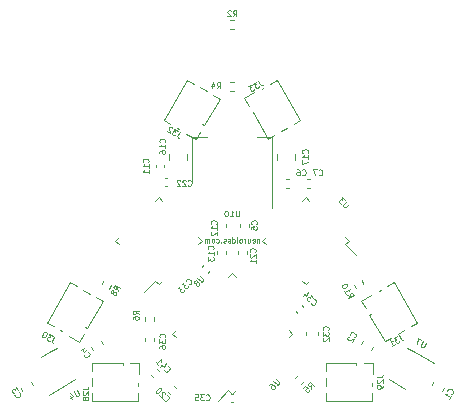
<source format=gbr>
%TF.GenerationSoftware,KiCad,Pcbnew,7.0.0-da2b9df05c~163~ubuntu22.04.1*%
%TF.CreationDate,2023-02-23T14:23:22+03:00*%
%TF.ProjectId,freeeeg16-alpha,66726565-6565-4673-9136-2d616c706861,rev?*%
%TF.SameCoordinates,Original*%
%TF.FileFunction,Legend,Bot*%
%TF.FilePolarity,Positive*%
%FSLAX46Y46*%
G04 Gerber Fmt 4.6, Leading zero omitted, Abs format (unit mm)*
G04 Created by KiCad (PCBNEW 7.0.0-da2b9df05c~163~ubuntu22.04.1) date 2023-02-23 14:23:22*
%MOMM*%
%LPD*%
G01*
G04 APERTURE LIST*
%ADD10C,0.112500*%
%ADD11C,0.125000*%
%ADD12C,0.120000*%
G04 APERTURE END LIST*
D10*
X2314286Y2420678D02*
X2314286Y2120678D01*
X2314286Y2377821D02*
X2292857Y2399250D01*
X2292857Y2399250D02*
X2250000Y2420678D01*
X2250000Y2420678D02*
X2185714Y2420678D01*
X2185714Y2420678D02*
X2142857Y2399250D01*
X2142857Y2399250D02*
X2121429Y2356392D01*
X2121429Y2356392D02*
X2121429Y2120678D01*
X1735714Y2142107D02*
X1778571Y2120678D01*
X1778571Y2120678D02*
X1864286Y2120678D01*
X1864286Y2120678D02*
X1907143Y2142107D01*
X1907143Y2142107D02*
X1928571Y2184964D01*
X1928571Y2184964D02*
X1928571Y2356392D01*
X1928571Y2356392D02*
X1907143Y2399250D01*
X1907143Y2399250D02*
X1864286Y2420678D01*
X1864286Y2420678D02*
X1778571Y2420678D01*
X1778571Y2420678D02*
X1735714Y2399250D01*
X1735714Y2399250D02*
X1714286Y2356392D01*
X1714286Y2356392D02*
X1714286Y2313535D01*
X1714286Y2313535D02*
X1928571Y2270678D01*
X1328572Y2420678D02*
X1328572Y2120678D01*
X1521429Y2420678D02*
X1521429Y2184964D01*
X1521429Y2184964D02*
X1500000Y2142107D01*
X1500000Y2142107D02*
X1457143Y2120678D01*
X1457143Y2120678D02*
X1392857Y2120678D01*
X1392857Y2120678D02*
X1350000Y2142107D01*
X1350000Y2142107D02*
X1328572Y2163535D01*
X1114286Y2120678D02*
X1114286Y2420678D01*
X1114286Y2334964D02*
X1092857Y2377821D01*
X1092857Y2377821D02*
X1071429Y2399250D01*
X1071429Y2399250D02*
X1028571Y2420678D01*
X1028571Y2420678D02*
X985714Y2420678D01*
X771429Y2120678D02*
X814286Y2142107D01*
X814286Y2142107D02*
X835715Y2163535D01*
X835715Y2163535D02*
X857143Y2206392D01*
X857143Y2206392D02*
X857143Y2334964D01*
X857143Y2334964D02*
X835715Y2377821D01*
X835715Y2377821D02*
X814286Y2399250D01*
X814286Y2399250D02*
X771429Y2420678D01*
X771429Y2420678D02*
X707143Y2420678D01*
X707143Y2420678D02*
X664286Y2399250D01*
X664286Y2399250D02*
X642858Y2377821D01*
X642858Y2377821D02*
X621429Y2334964D01*
X621429Y2334964D02*
X621429Y2206392D01*
X621429Y2206392D02*
X642858Y2163535D01*
X642858Y2163535D02*
X664286Y2142107D01*
X664286Y2142107D02*
X707143Y2120678D01*
X707143Y2120678D02*
X771429Y2120678D01*
X428572Y2120678D02*
X428572Y2420678D01*
X428572Y2570678D02*
X450000Y2549250D01*
X450000Y2549250D02*
X428572Y2527821D01*
X428572Y2527821D02*
X407143Y2549250D01*
X407143Y2549250D02*
X428572Y2570678D01*
X428572Y2570678D02*
X428572Y2527821D01*
X21429Y2120678D02*
X21429Y2570678D01*
X21429Y2142107D02*
X64286Y2120678D01*
X64286Y2120678D02*
X150000Y2120678D01*
X150000Y2120678D02*
X192857Y2142107D01*
X192857Y2142107D02*
X214286Y2163535D01*
X214286Y2163535D02*
X235714Y2206392D01*
X235714Y2206392D02*
X235714Y2334964D01*
X235714Y2334964D02*
X214286Y2377821D01*
X214286Y2377821D02*
X192857Y2399250D01*
X192857Y2399250D02*
X150000Y2420678D01*
X150000Y2420678D02*
X64286Y2420678D01*
X64286Y2420678D02*
X21429Y2399250D01*
X-171428Y2142107D02*
X-214285Y2120678D01*
X-214285Y2120678D02*
X-299999Y2120678D01*
X-299999Y2120678D02*
X-342856Y2142107D01*
X-342856Y2142107D02*
X-364285Y2184964D01*
X-364285Y2184964D02*
X-364285Y2206392D01*
X-364285Y2206392D02*
X-342856Y2249250D01*
X-342856Y2249250D02*
X-299999Y2270678D01*
X-299999Y2270678D02*
X-235714Y2270678D01*
X-235714Y2270678D02*
X-192856Y2292107D01*
X-192856Y2292107D02*
X-171428Y2334964D01*
X-171428Y2334964D02*
X-171428Y2356392D01*
X-171428Y2356392D02*
X-192856Y2399250D01*
X-192856Y2399250D02*
X-235714Y2420678D01*
X-235714Y2420678D02*
X-299999Y2420678D01*
X-299999Y2420678D02*
X-342856Y2399250D01*
X-535714Y2142107D02*
X-578571Y2120678D01*
X-578571Y2120678D02*
X-664285Y2120678D01*
X-664285Y2120678D02*
X-707142Y2142107D01*
X-707142Y2142107D02*
X-728571Y2184964D01*
X-728571Y2184964D02*
X-728571Y2206392D01*
X-728571Y2206392D02*
X-707142Y2249250D01*
X-707142Y2249250D02*
X-664285Y2270678D01*
X-664285Y2270678D02*
X-600000Y2270678D01*
X-600000Y2270678D02*
X-557142Y2292107D01*
X-557142Y2292107D02*
X-535714Y2334964D01*
X-535714Y2334964D02*
X-535714Y2356392D01*
X-535714Y2356392D02*
X-557142Y2399250D01*
X-557142Y2399250D02*
X-600000Y2420678D01*
X-600000Y2420678D02*
X-664285Y2420678D01*
X-664285Y2420678D02*
X-707142Y2399250D01*
X-921428Y2163535D02*
X-942857Y2142107D01*
X-942857Y2142107D02*
X-921428Y2120678D01*
X-921428Y2120678D02*
X-900000Y2142107D01*
X-900000Y2142107D02*
X-921428Y2163535D01*
X-921428Y2163535D02*
X-921428Y2120678D01*
X-1328572Y2142107D02*
X-1285714Y2120678D01*
X-1285714Y2120678D02*
X-1200000Y2120678D01*
X-1200000Y2120678D02*
X-1157143Y2142107D01*
X-1157143Y2142107D02*
X-1135714Y2163535D01*
X-1135714Y2163535D02*
X-1114286Y2206392D01*
X-1114286Y2206392D02*
X-1114286Y2334964D01*
X-1114286Y2334964D02*
X-1135714Y2377821D01*
X-1135714Y2377821D02*
X-1157143Y2399250D01*
X-1157143Y2399250D02*
X-1200000Y2420678D01*
X-1200000Y2420678D02*
X-1285714Y2420678D01*
X-1285714Y2420678D02*
X-1328572Y2399250D01*
X-1585714Y2120678D02*
X-1542857Y2142107D01*
X-1542857Y2142107D02*
X-1521428Y2163535D01*
X-1521428Y2163535D02*
X-1500000Y2206392D01*
X-1500000Y2206392D02*
X-1500000Y2334964D01*
X-1500000Y2334964D02*
X-1521428Y2377821D01*
X-1521428Y2377821D02*
X-1542857Y2399250D01*
X-1542857Y2399250D02*
X-1585714Y2420678D01*
X-1585714Y2420678D02*
X-1650000Y2420678D01*
X-1650000Y2420678D02*
X-1692857Y2399250D01*
X-1692857Y2399250D02*
X-1714286Y2377821D01*
X-1714286Y2377821D02*
X-1735714Y2334964D01*
X-1735714Y2334964D02*
X-1735714Y2206392D01*
X-1735714Y2206392D02*
X-1714286Y2163535D01*
X-1714286Y2163535D02*
X-1692857Y2142107D01*
X-1692857Y2142107D02*
X-1650000Y2120678D01*
X-1650000Y2120678D02*
X-1585714Y2120678D01*
X-1928571Y2120678D02*
X-1928571Y2420678D01*
X-1928571Y2377821D02*
X-1950000Y2399250D01*
X-1950000Y2399250D02*
X-1992857Y2420678D01*
X-1992857Y2420678D02*
X-2057143Y2420678D01*
X-2057143Y2420678D02*
X-2100000Y2399250D01*
X-2100000Y2399250D02*
X-2121429Y2356392D01*
X-2121429Y2356392D02*
X-2121429Y2120678D01*
X-2121429Y2356392D02*
X-2142857Y2399250D01*
X-2142857Y2399250D02*
X-2185714Y2420678D01*
X-2185714Y2420678D02*
X-2250000Y2420678D01*
X-2250000Y2420678D02*
X-2292857Y2399250D01*
X-2292857Y2399250D02*
X-2314286Y2356392D01*
X-2314286Y2356392D02*
X-2314286Y2120678D01*
D11*
%TO.C,C36*%
X-5705928Y-5901571D02*
X-5682119Y-5877762D01*
X-5682119Y-5877762D02*
X-5658309Y-5806333D01*
X-5658309Y-5806333D02*
X-5658309Y-5758714D01*
X-5658309Y-5758714D02*
X-5682119Y-5687286D01*
X-5682119Y-5687286D02*
X-5729738Y-5639667D01*
X-5729738Y-5639667D02*
X-5777357Y-5615857D01*
X-5777357Y-5615857D02*
X-5872595Y-5592048D01*
X-5872595Y-5592048D02*
X-5944023Y-5592048D01*
X-5944023Y-5592048D02*
X-6039261Y-5615857D01*
X-6039261Y-5615857D02*
X-6086880Y-5639667D01*
X-6086880Y-5639667D02*
X-6134500Y-5687286D01*
X-6134500Y-5687286D02*
X-6158309Y-5758714D01*
X-6158309Y-5758714D02*
X-6158309Y-5806333D01*
X-6158309Y-5806333D02*
X-6134500Y-5877762D01*
X-6134500Y-5877762D02*
X-6110690Y-5901571D01*
X-6158309Y-6068238D02*
X-6158309Y-6377762D01*
X-6158309Y-6377762D02*
X-5967833Y-6211095D01*
X-5967833Y-6211095D02*
X-5967833Y-6282524D01*
X-5967833Y-6282524D02*
X-5944023Y-6330143D01*
X-5944023Y-6330143D02*
X-5920214Y-6353952D01*
X-5920214Y-6353952D02*
X-5872595Y-6377762D01*
X-5872595Y-6377762D02*
X-5753547Y-6377762D01*
X-5753547Y-6377762D02*
X-5705928Y-6353952D01*
X-5705928Y-6353952D02*
X-5682119Y-6330143D01*
X-5682119Y-6330143D02*
X-5658309Y-6282524D01*
X-5658309Y-6282524D02*
X-5658309Y-6139667D01*
X-5658309Y-6139667D02*
X-5682119Y-6092048D01*
X-5682119Y-6092048D02*
X-5705928Y-6068238D01*
X-6158309Y-6806333D02*
X-6158309Y-6711095D01*
X-6158309Y-6711095D02*
X-6134500Y-6663476D01*
X-6134500Y-6663476D02*
X-6110690Y-6639666D01*
X-6110690Y-6639666D02*
X-6039261Y-6592047D01*
X-6039261Y-6592047D02*
X-5944023Y-6568238D01*
X-5944023Y-6568238D02*
X-5753547Y-6568238D01*
X-5753547Y-6568238D02*
X-5705928Y-6592047D01*
X-5705928Y-6592047D02*
X-5682119Y-6615857D01*
X-5682119Y-6615857D02*
X-5658309Y-6663476D01*
X-5658309Y-6663476D02*
X-5658309Y-6758714D01*
X-5658309Y-6758714D02*
X-5682119Y-6806333D01*
X-5682119Y-6806333D02*
X-5705928Y-6830142D01*
X-5705928Y-6830142D02*
X-5753547Y-6853952D01*
X-5753547Y-6853952D02*
X-5872595Y-6853952D01*
X-5872595Y-6853952D02*
X-5920214Y-6830142D01*
X-5920214Y-6830142D02*
X-5944023Y-6806333D01*
X-5944023Y-6806333D02*
X-5967833Y-6758714D01*
X-5967833Y-6758714D02*
X-5967833Y-6663476D01*
X-5967833Y-6663476D02*
X-5944023Y-6615857D01*
X-5944023Y-6615857D02*
X-5920214Y-6592047D01*
X-5920214Y-6592047D02*
X-5872595Y-6568238D01*
%TO.C,J29*%
X12256690Y-9257238D02*
X12613833Y-9257238D01*
X12613833Y-9257238D02*
X12685261Y-9233429D01*
X12685261Y-9233429D02*
X12732880Y-9185810D01*
X12732880Y-9185810D02*
X12756690Y-9114381D01*
X12756690Y-9114381D02*
X12756690Y-9066762D01*
X12304309Y-9471524D02*
X12280500Y-9495333D01*
X12280500Y-9495333D02*
X12256690Y-9542952D01*
X12256690Y-9542952D02*
X12256690Y-9662000D01*
X12256690Y-9662000D02*
X12280500Y-9709619D01*
X12280500Y-9709619D02*
X12304309Y-9733428D01*
X12304309Y-9733428D02*
X12351928Y-9757238D01*
X12351928Y-9757238D02*
X12399547Y-9757238D01*
X12399547Y-9757238D02*
X12470976Y-9733428D01*
X12470976Y-9733428D02*
X12756690Y-9447714D01*
X12756690Y-9447714D02*
X12756690Y-9757238D01*
X12756690Y-9995333D02*
X12756690Y-10090571D01*
X12756690Y-10090571D02*
X12732880Y-10138190D01*
X12732880Y-10138190D02*
X12709071Y-10161999D01*
X12709071Y-10161999D02*
X12637642Y-10209618D01*
X12637642Y-10209618D02*
X12542404Y-10233428D01*
X12542404Y-10233428D02*
X12351928Y-10233428D01*
X12351928Y-10233428D02*
X12304309Y-10209618D01*
X12304309Y-10209618D02*
X12280500Y-10185809D01*
X12280500Y-10185809D02*
X12256690Y-10138190D01*
X12256690Y-10138190D02*
X12256690Y-10042952D01*
X12256690Y-10042952D02*
X12280500Y-9995333D01*
X12280500Y-9995333D02*
X12304309Y-9971523D01*
X12304309Y-9971523D02*
X12351928Y-9947714D01*
X12351928Y-9947714D02*
X12470976Y-9947714D01*
X12470976Y-9947714D02*
X12518595Y-9971523D01*
X12518595Y-9971523D02*
X12542404Y-9995333D01*
X12542404Y-9995333D02*
X12566214Y-10042952D01*
X12566214Y-10042952D02*
X12566214Y-10138190D01*
X12566214Y-10138190D02*
X12542404Y-10185809D01*
X12542404Y-10185809D02*
X12518595Y-10209618D01*
X12518595Y-10209618D02*
X12470976Y-10233428D01*
%TO.C,J28*%
X-12660709Y-10263238D02*
X-12303566Y-10263238D01*
X-12303566Y-10263238D02*
X-12232138Y-10239429D01*
X-12232138Y-10239429D02*
X-12184519Y-10191810D01*
X-12184519Y-10191810D02*
X-12160709Y-10120381D01*
X-12160709Y-10120381D02*
X-12160709Y-10072762D01*
X-12613090Y-10477524D02*
X-12636900Y-10501333D01*
X-12636900Y-10501333D02*
X-12660709Y-10548952D01*
X-12660709Y-10548952D02*
X-12660709Y-10668000D01*
X-12660709Y-10668000D02*
X-12636900Y-10715619D01*
X-12636900Y-10715619D02*
X-12613090Y-10739428D01*
X-12613090Y-10739428D02*
X-12565471Y-10763238D01*
X-12565471Y-10763238D02*
X-12517852Y-10763238D01*
X-12517852Y-10763238D02*
X-12446423Y-10739428D01*
X-12446423Y-10739428D02*
X-12160709Y-10453714D01*
X-12160709Y-10453714D02*
X-12160709Y-10763238D01*
X-12446423Y-11048952D02*
X-12470233Y-11001333D01*
X-12470233Y-11001333D02*
X-12494042Y-10977523D01*
X-12494042Y-10977523D02*
X-12541661Y-10953714D01*
X-12541661Y-10953714D02*
X-12565471Y-10953714D01*
X-12565471Y-10953714D02*
X-12613090Y-10977523D01*
X-12613090Y-10977523D02*
X-12636900Y-11001333D01*
X-12636900Y-11001333D02*
X-12660709Y-11048952D01*
X-12660709Y-11048952D02*
X-12660709Y-11144190D01*
X-12660709Y-11144190D02*
X-12636900Y-11191809D01*
X-12636900Y-11191809D02*
X-12613090Y-11215618D01*
X-12613090Y-11215618D02*
X-12565471Y-11239428D01*
X-12565471Y-11239428D02*
X-12541661Y-11239428D01*
X-12541661Y-11239428D02*
X-12494042Y-11215618D01*
X-12494042Y-11215618D02*
X-12470233Y-11191809D01*
X-12470233Y-11191809D02*
X-12446423Y-11144190D01*
X-12446423Y-11144190D02*
X-12446423Y-11048952D01*
X-12446423Y-11048952D02*
X-12422614Y-11001333D01*
X-12422614Y-11001333D02*
X-12398804Y-10977523D01*
X-12398804Y-10977523D02*
X-12351185Y-10953714D01*
X-12351185Y-10953714D02*
X-12255947Y-10953714D01*
X-12255947Y-10953714D02*
X-12208328Y-10977523D01*
X-12208328Y-10977523D02*
X-12184519Y-11001333D01*
X-12184519Y-11001333D02*
X-12160709Y-11048952D01*
X-12160709Y-11048952D02*
X-12160709Y-11144190D01*
X-12160709Y-11144190D02*
X-12184519Y-11191809D01*
X-12184519Y-11191809D02*
X-12208328Y-11215618D01*
X-12208328Y-11215618D02*
X-12255947Y-11239428D01*
X-12255947Y-11239428D02*
X-12351185Y-11239428D01*
X-12351185Y-11239428D02*
X-12398804Y-11215618D01*
X-12398804Y-11215618D02*
X-12422614Y-11191809D01*
X-12422614Y-11191809D02*
X-12446423Y-11144190D01*
%TO.C,R6*%
X-7918909Y-3929866D02*
X-8157004Y-3763200D01*
X-7918909Y-3644152D02*
X-8418909Y-3644152D01*
X-8418909Y-3644152D02*
X-8418909Y-3834628D01*
X-8418909Y-3834628D02*
X-8395100Y-3882247D01*
X-8395100Y-3882247D02*
X-8371290Y-3906057D01*
X-8371290Y-3906057D02*
X-8323671Y-3929866D01*
X-8323671Y-3929866D02*
X-8252242Y-3929866D01*
X-8252242Y-3929866D02*
X-8204623Y-3906057D01*
X-8204623Y-3906057D02*
X-8180814Y-3882247D01*
X-8180814Y-3882247D02*
X-8157004Y-3834628D01*
X-8157004Y-3834628D02*
X-8157004Y-3644152D01*
X-8418909Y-4358438D02*
X-8418909Y-4263200D01*
X-8418909Y-4263200D02*
X-8395100Y-4215581D01*
X-8395100Y-4215581D02*
X-8371290Y-4191771D01*
X-8371290Y-4191771D02*
X-8299861Y-4144152D01*
X-8299861Y-4144152D02*
X-8204623Y-4120343D01*
X-8204623Y-4120343D02*
X-8014147Y-4120343D01*
X-8014147Y-4120343D02*
X-7966528Y-4144152D01*
X-7966528Y-4144152D02*
X-7942719Y-4167962D01*
X-7942719Y-4167962D02*
X-7918909Y-4215581D01*
X-7918909Y-4215581D02*
X-7918909Y-4310819D01*
X-7918909Y-4310819D02*
X-7942719Y-4358438D01*
X-7942719Y-4358438D02*
X-7966528Y-4382247D01*
X-7966528Y-4382247D02*
X-8014147Y-4406057D01*
X-8014147Y-4406057D02*
X-8133195Y-4406057D01*
X-8133195Y-4406057D02*
X-8180814Y-4382247D01*
X-8180814Y-4382247D02*
X-8204623Y-4358438D01*
X-8204623Y-4358438D02*
X-8228433Y-4310819D01*
X-8228433Y-4310819D02*
X-8228433Y-4215581D01*
X-8228433Y-4215581D02*
X-8204623Y-4167962D01*
X-8204623Y-4167962D02*
X-8180814Y-4144152D01*
X-8180814Y-4144152D02*
X-8133195Y-4120343D01*
%TO.C,C22*%
X-3742571Y6975928D02*
X-3718762Y6952119D01*
X-3718762Y6952119D02*
X-3647333Y6928309D01*
X-3647333Y6928309D02*
X-3599714Y6928309D01*
X-3599714Y6928309D02*
X-3528286Y6952119D01*
X-3528286Y6952119D02*
X-3480667Y6999738D01*
X-3480667Y6999738D02*
X-3456857Y7047357D01*
X-3456857Y7047357D02*
X-3433048Y7142595D01*
X-3433048Y7142595D02*
X-3433048Y7214023D01*
X-3433048Y7214023D02*
X-3456857Y7309261D01*
X-3456857Y7309261D02*
X-3480667Y7356880D01*
X-3480667Y7356880D02*
X-3528286Y7404500D01*
X-3528286Y7404500D02*
X-3599714Y7428309D01*
X-3599714Y7428309D02*
X-3647333Y7428309D01*
X-3647333Y7428309D02*
X-3718762Y7404500D01*
X-3718762Y7404500D02*
X-3742571Y7380690D01*
X-3933048Y7380690D02*
X-3956857Y7404500D01*
X-3956857Y7404500D02*
X-4004476Y7428309D01*
X-4004476Y7428309D02*
X-4123524Y7428309D01*
X-4123524Y7428309D02*
X-4171143Y7404500D01*
X-4171143Y7404500D02*
X-4194952Y7380690D01*
X-4194952Y7380690D02*
X-4218762Y7333071D01*
X-4218762Y7333071D02*
X-4218762Y7285452D01*
X-4218762Y7285452D02*
X-4194952Y7214023D01*
X-4194952Y7214023D02*
X-3909238Y6928309D01*
X-3909238Y6928309D02*
X-4218762Y6928309D01*
X-4409238Y7380690D02*
X-4433047Y7404500D01*
X-4433047Y7404500D02*
X-4480666Y7428309D01*
X-4480666Y7428309D02*
X-4599714Y7428309D01*
X-4599714Y7428309D02*
X-4647333Y7404500D01*
X-4647333Y7404500D02*
X-4671142Y7380690D01*
X-4671142Y7380690D02*
X-4694952Y7333071D01*
X-4694952Y7333071D02*
X-4694952Y7285452D01*
X-4694952Y7285452D02*
X-4671142Y7214023D01*
X-4671142Y7214023D02*
X-4385428Y6928309D01*
X-4385428Y6928309D02*
X-4694952Y6928309D01*
%TO.C,J31*%
X14111578Y-5721287D02*
X14290150Y-6030582D01*
X14290150Y-6030582D02*
X14346484Y-6080536D01*
X14346484Y-6080536D02*
X14411532Y-6097966D01*
X14411532Y-6097966D02*
X14485296Y-6082871D01*
X14485296Y-6082871D02*
X14526535Y-6059061D01*
X13946621Y-5816525D02*
X13678566Y-5971287D01*
X13678566Y-5971287D02*
X13918142Y-6052910D01*
X13918142Y-6052910D02*
X13856283Y-6088625D01*
X13856283Y-6088625D02*
X13826948Y-6133054D01*
X13826948Y-6133054D02*
X13818233Y-6165578D01*
X13818233Y-6165578D02*
X13821423Y-6218722D01*
X13821423Y-6218722D02*
X13880947Y-6321821D01*
X13880947Y-6321821D02*
X13925376Y-6351155D01*
X13925376Y-6351155D02*
X13957900Y-6359870D01*
X13957900Y-6359870D02*
X14011044Y-6356680D01*
X14011044Y-6356680D02*
X14134762Y-6285252D01*
X14134762Y-6285252D02*
X14164097Y-6240823D01*
X14164097Y-6240823D02*
X14172812Y-6208298D01*
X13516173Y-6642394D02*
X13763609Y-6499537D01*
X13639891Y-6570966D02*
X13389891Y-6137953D01*
X13389891Y-6137953D02*
X13466845Y-6176002D01*
X13466845Y-6176002D02*
X13531894Y-6193432D01*
X13531894Y-6193432D02*
X13585038Y-6190242D01*
%TO.C,C3*%
X-18414974Y-10757404D02*
X-18423689Y-10789928D01*
X-18423689Y-10789928D02*
X-18408595Y-10863692D01*
X-18408595Y-10863692D02*
X-18384785Y-10904931D01*
X-18384785Y-10904931D02*
X-18328451Y-10954885D01*
X-18328451Y-10954885D02*
X-18263402Y-10972315D01*
X-18263402Y-10972315D02*
X-18210258Y-10969125D01*
X-18210258Y-10969125D02*
X-18115875Y-10942126D01*
X-18115875Y-10942126D02*
X-18054016Y-10906412D01*
X-18054016Y-10906412D02*
X-17983442Y-10838173D01*
X-17983442Y-10838173D02*
X-17954107Y-10793744D01*
X-17954107Y-10793744D02*
X-17936678Y-10728695D01*
X-17936678Y-10728695D02*
X-17951772Y-10654931D01*
X-17951772Y-10654931D02*
X-17975582Y-10613692D01*
X-17975582Y-10613692D02*
X-18031916Y-10563738D01*
X-18031916Y-10563738D02*
X-18064440Y-10555023D01*
X-18106534Y-10386876D02*
X-18261296Y-10118820D01*
X-18261296Y-10118820D02*
X-18342920Y-10358396D01*
X-18342920Y-10358396D02*
X-18378634Y-10296537D01*
X-18378634Y-10296537D02*
X-18423063Y-10267202D01*
X-18423063Y-10267202D02*
X-18455588Y-10258488D01*
X-18455588Y-10258488D02*
X-18508732Y-10261677D01*
X-18508732Y-10261677D02*
X-18611830Y-10321201D01*
X-18611830Y-10321201D02*
X-18641165Y-10365630D01*
X-18641165Y-10365630D02*
X-18649880Y-10398155D01*
X-18649880Y-10398155D02*
X-18646690Y-10451299D01*
X-18646690Y-10451299D02*
X-18575261Y-10575017D01*
X-18575261Y-10575017D02*
X-18530832Y-10604351D01*
X-18530832Y-10604351D02*
X-18498308Y-10613066D01*
%TO.C,C20*%
X-5812533Y-11093101D02*
X-5812533Y-11126772D01*
X-5812533Y-11126772D02*
X-5778861Y-11194116D01*
X-5778861Y-11194116D02*
X-5745189Y-11227788D01*
X-5745189Y-11227788D02*
X-5677846Y-11261459D01*
X-5677846Y-11261459D02*
X-5610502Y-11261459D01*
X-5610502Y-11261459D02*
X-5559994Y-11244623D01*
X-5559994Y-11244623D02*
X-5475815Y-11194116D01*
X-5475815Y-11194116D02*
X-5425307Y-11143608D01*
X-5425307Y-11143608D02*
X-5374800Y-11059429D01*
X-5374800Y-11059429D02*
X-5357964Y-11008921D01*
X-5357964Y-11008921D02*
X-5357964Y-10941578D01*
X-5357964Y-10941578D02*
X-5391636Y-10874234D01*
X-5391636Y-10874234D02*
X-5425307Y-10840562D01*
X-5425307Y-10840562D02*
X-5492651Y-10806891D01*
X-5492651Y-10806891D02*
X-5526323Y-10806891D01*
X-5661010Y-10672204D02*
X-5661010Y-10638532D01*
X-5661010Y-10638532D02*
X-5677846Y-10588024D01*
X-5677846Y-10588024D02*
X-5762025Y-10503845D01*
X-5762025Y-10503845D02*
X-5812533Y-10487009D01*
X-5812533Y-10487009D02*
X-5846204Y-10487009D01*
X-5846204Y-10487009D02*
X-5896712Y-10503845D01*
X-5896712Y-10503845D02*
X-5930384Y-10537517D01*
X-5930384Y-10537517D02*
X-5964055Y-10604860D01*
X-5964055Y-10604860D02*
X-5964055Y-11008921D01*
X-5964055Y-11008921D02*
X-6182922Y-10790055D01*
X-6048234Y-10217635D02*
X-6081906Y-10183964D01*
X-6081906Y-10183964D02*
X-6132414Y-10167128D01*
X-6132414Y-10167128D02*
X-6166086Y-10167128D01*
X-6166086Y-10167128D02*
X-6216593Y-10183964D01*
X-6216593Y-10183964D02*
X-6300773Y-10234471D01*
X-6300773Y-10234471D02*
X-6384952Y-10318651D01*
X-6384952Y-10318651D02*
X-6435460Y-10402830D01*
X-6435460Y-10402830D02*
X-6452295Y-10453338D01*
X-6452295Y-10453338D02*
X-6452295Y-10487009D01*
X-6452295Y-10487009D02*
X-6435460Y-10537517D01*
X-6435460Y-10537517D02*
X-6401788Y-10571189D01*
X-6401788Y-10571189D02*
X-6351280Y-10588025D01*
X-6351280Y-10588025D02*
X-6317608Y-10588025D01*
X-6317608Y-10588025D02*
X-6267101Y-10571189D01*
X-6267101Y-10571189D02*
X-6182921Y-10520681D01*
X-6182921Y-10520681D02*
X-6098742Y-10436502D01*
X-6098742Y-10436502D02*
X-6048234Y-10352322D01*
X-6048234Y-10352322D02*
X-6031399Y-10301815D01*
X-6031399Y-10301815D02*
X-6031399Y-10268143D01*
X-6031399Y-10268143D02*
X-6048234Y-10217635D01*
%TO.C,C35*%
X-2218571Y-11185071D02*
X-2194762Y-11208880D01*
X-2194762Y-11208880D02*
X-2123333Y-11232690D01*
X-2123333Y-11232690D02*
X-2075714Y-11232690D01*
X-2075714Y-11232690D02*
X-2004286Y-11208880D01*
X-2004286Y-11208880D02*
X-1956667Y-11161261D01*
X-1956667Y-11161261D02*
X-1932857Y-11113642D01*
X-1932857Y-11113642D02*
X-1909048Y-11018404D01*
X-1909048Y-11018404D02*
X-1909048Y-10946976D01*
X-1909048Y-10946976D02*
X-1932857Y-10851738D01*
X-1932857Y-10851738D02*
X-1956667Y-10804119D01*
X-1956667Y-10804119D02*
X-2004286Y-10756500D01*
X-2004286Y-10756500D02*
X-2075714Y-10732690D01*
X-2075714Y-10732690D02*
X-2123333Y-10732690D01*
X-2123333Y-10732690D02*
X-2194762Y-10756500D01*
X-2194762Y-10756500D02*
X-2218571Y-10780309D01*
X-2385238Y-10732690D02*
X-2694762Y-10732690D01*
X-2694762Y-10732690D02*
X-2528095Y-10923166D01*
X-2528095Y-10923166D02*
X-2599524Y-10923166D01*
X-2599524Y-10923166D02*
X-2647143Y-10946976D01*
X-2647143Y-10946976D02*
X-2670952Y-10970785D01*
X-2670952Y-10970785D02*
X-2694762Y-11018404D01*
X-2694762Y-11018404D02*
X-2694762Y-11137452D01*
X-2694762Y-11137452D02*
X-2670952Y-11185071D01*
X-2670952Y-11185071D02*
X-2647143Y-11208880D01*
X-2647143Y-11208880D02*
X-2599524Y-11232690D01*
X-2599524Y-11232690D02*
X-2456667Y-11232690D01*
X-2456667Y-11232690D02*
X-2409048Y-11208880D01*
X-2409048Y-11208880D02*
X-2385238Y-11185071D01*
X-3147142Y-10732690D02*
X-2909047Y-10732690D01*
X-2909047Y-10732690D02*
X-2885238Y-10970785D01*
X-2885238Y-10970785D02*
X-2909047Y-10946976D01*
X-2909047Y-10946976D02*
X-2956666Y-10923166D01*
X-2956666Y-10923166D02*
X-3075714Y-10923166D01*
X-3075714Y-10923166D02*
X-3123333Y-10946976D01*
X-3123333Y-10946976D02*
X-3147142Y-10970785D01*
X-3147142Y-10970785D02*
X-3170952Y-11018404D01*
X-3170952Y-11018404D02*
X-3170952Y-11137452D01*
X-3170952Y-11137452D02*
X-3147142Y-11185071D01*
X-3147142Y-11185071D02*
X-3123333Y-11208880D01*
X-3123333Y-11208880D02*
X-3075714Y-11232690D01*
X-3075714Y-11232690D02*
X-2956666Y-11232690D01*
X-2956666Y-11232690D02*
X-2909047Y-11208880D01*
X-2909047Y-11208880D02*
X-2885238Y-11185071D01*
%TO.C,C2*%
X10351091Y-5884867D02*
X10383616Y-5876152D01*
X10383616Y-5876152D02*
X10439950Y-5826198D01*
X10439950Y-5826198D02*
X10463759Y-5784958D01*
X10463759Y-5784958D02*
X10478854Y-5711195D01*
X10478854Y-5711195D02*
X10461424Y-5646146D01*
X10461424Y-5646146D02*
X10432090Y-5601717D01*
X10432090Y-5601717D02*
X10361516Y-5533478D01*
X10361516Y-5533478D02*
X10299657Y-5497764D01*
X10299657Y-5497764D02*
X10205273Y-5470764D01*
X10205273Y-5470764D02*
X10152129Y-5467574D01*
X10152129Y-5467574D02*
X10087080Y-5485004D01*
X10087080Y-5485004D02*
X10030747Y-5534958D01*
X10030747Y-5534958D02*
X10006937Y-5576198D01*
X10006937Y-5576198D02*
X9991842Y-5649961D01*
X9991842Y-5649961D02*
X10000557Y-5682486D01*
X9905319Y-5847443D02*
X9872795Y-5856158D01*
X9872795Y-5856158D02*
X9828366Y-5885492D01*
X9828366Y-5885492D02*
X9768842Y-5988591D01*
X9768842Y-5988591D02*
X9765652Y-6041735D01*
X9765652Y-6041735D02*
X9774367Y-6074259D01*
X9774367Y-6074259D02*
X9803701Y-6118688D01*
X9803701Y-6118688D02*
X9844941Y-6142498D01*
X9844941Y-6142498D02*
X9918704Y-6157592D01*
X9918704Y-6157592D02*
X10308997Y-6053014D01*
X10308997Y-6053014D02*
X10154235Y-6321069D01*
%TO.C,C1*%
X18574507Y-10663867D02*
X18607032Y-10655152D01*
X18607032Y-10655152D02*
X18663366Y-10605198D01*
X18663366Y-10605198D02*
X18687175Y-10563958D01*
X18687175Y-10563958D02*
X18702270Y-10490195D01*
X18702270Y-10490195D02*
X18684840Y-10425146D01*
X18684840Y-10425146D02*
X18655506Y-10380717D01*
X18655506Y-10380717D02*
X18584932Y-10312478D01*
X18584932Y-10312478D02*
X18523073Y-10276764D01*
X18523073Y-10276764D02*
X18428689Y-10249764D01*
X18428689Y-10249764D02*
X18375545Y-10246574D01*
X18375545Y-10246574D02*
X18310496Y-10264004D01*
X18310496Y-10264004D02*
X18254163Y-10313958D01*
X18254163Y-10313958D02*
X18230353Y-10355198D01*
X18230353Y-10355198D02*
X18215258Y-10428961D01*
X18215258Y-10428961D02*
X18223973Y-10461486D01*
X18377651Y-11100069D02*
X18520509Y-10852633D01*
X18449080Y-10976351D02*
X18016067Y-10726351D01*
X18016067Y-10726351D02*
X18101736Y-10720826D01*
X18101736Y-10720826D02*
X18166785Y-10703396D01*
X18166785Y-10703396D02*
X18211214Y-10674062D01*
%TO.C,C5*%
X2066471Y3692733D02*
X2090280Y3716542D01*
X2090280Y3716542D02*
X2114090Y3787971D01*
X2114090Y3787971D02*
X2114090Y3835590D01*
X2114090Y3835590D02*
X2090280Y3907018D01*
X2090280Y3907018D02*
X2042661Y3954637D01*
X2042661Y3954637D02*
X1995042Y3978447D01*
X1995042Y3978447D02*
X1899804Y4002256D01*
X1899804Y4002256D02*
X1828376Y4002256D01*
X1828376Y4002256D02*
X1733138Y3978447D01*
X1733138Y3978447D02*
X1685519Y3954637D01*
X1685519Y3954637D02*
X1637900Y3907018D01*
X1637900Y3907018D02*
X1614090Y3835590D01*
X1614090Y3835590D02*
X1614090Y3787971D01*
X1614090Y3787971D02*
X1637900Y3716542D01*
X1637900Y3716542D02*
X1661709Y3692733D01*
X1614090Y3240352D02*
X1614090Y3478447D01*
X1614090Y3478447D02*
X1852185Y3502256D01*
X1852185Y3502256D02*
X1828376Y3478447D01*
X1828376Y3478447D02*
X1804566Y3430828D01*
X1804566Y3430828D02*
X1804566Y3311780D01*
X1804566Y3311780D02*
X1828376Y3264161D01*
X1828376Y3264161D02*
X1852185Y3240352D01*
X1852185Y3240352D02*
X1899804Y3216542D01*
X1899804Y3216542D02*
X2018852Y3216542D01*
X2018852Y3216542D02*
X2066471Y3240352D01*
X2066471Y3240352D02*
X2090280Y3264161D01*
X2090280Y3264161D02*
X2114090Y3311780D01*
X2114090Y3311780D02*
X2114090Y3430828D01*
X2114090Y3430828D02*
X2090280Y3478447D01*
X2090280Y3478447D02*
X2066471Y3502256D01*
%TO.C,C11*%
X-7119928Y8929428D02*
X-7096119Y8953237D01*
X-7096119Y8953237D02*
X-7072309Y9024666D01*
X-7072309Y9024666D02*
X-7072309Y9072285D01*
X-7072309Y9072285D02*
X-7096119Y9143713D01*
X-7096119Y9143713D02*
X-7143738Y9191332D01*
X-7143738Y9191332D02*
X-7191357Y9215142D01*
X-7191357Y9215142D02*
X-7286595Y9238951D01*
X-7286595Y9238951D02*
X-7358023Y9238951D01*
X-7358023Y9238951D02*
X-7453261Y9215142D01*
X-7453261Y9215142D02*
X-7500880Y9191332D01*
X-7500880Y9191332D02*
X-7548500Y9143713D01*
X-7548500Y9143713D02*
X-7572309Y9072285D01*
X-7572309Y9072285D02*
X-7572309Y9024666D01*
X-7572309Y9024666D02*
X-7548500Y8953237D01*
X-7548500Y8953237D02*
X-7524690Y8929428D01*
X-7072309Y8453237D02*
X-7072309Y8738951D01*
X-7072309Y8596094D02*
X-7572309Y8596094D01*
X-7572309Y8596094D02*
X-7500880Y8643713D01*
X-7500880Y8643713D02*
X-7453261Y8691332D01*
X-7453261Y8691332D02*
X-7429452Y8738951D01*
X-7072309Y7977047D02*
X-7072309Y8262761D01*
X-7072309Y8119904D02*
X-7572309Y8119904D01*
X-7572309Y8119904D02*
X-7500880Y8167523D01*
X-7500880Y8167523D02*
X-7453261Y8215142D01*
X-7453261Y8215142D02*
X-7429452Y8262761D01*
%TO.C,U6*%
X3677909Y-9387561D02*
X3964119Y-9673771D01*
X3964119Y-9673771D02*
X3980955Y-9724278D01*
X3980955Y-9724278D02*
X3980955Y-9757950D01*
X3980955Y-9757950D02*
X3964119Y-9808458D01*
X3964119Y-9808458D02*
X3896775Y-9875801D01*
X3896775Y-9875801D02*
X3846268Y-9892637D01*
X3846268Y-9892637D02*
X3812596Y-9892637D01*
X3812596Y-9892637D02*
X3762088Y-9875801D01*
X3762088Y-9875801D02*
X3475878Y-9589591D01*
X3155996Y-9909473D02*
X3223340Y-9842130D01*
X3223340Y-9842130D02*
X3273848Y-9825294D01*
X3273848Y-9825294D02*
X3307519Y-9825294D01*
X3307519Y-9825294D02*
X3391699Y-9842130D01*
X3391699Y-9842130D02*
X3475878Y-9892637D01*
X3475878Y-9892637D02*
X3610565Y-10027324D01*
X3610565Y-10027324D02*
X3627401Y-10077832D01*
X3627401Y-10077832D02*
X3627401Y-10111504D01*
X3627401Y-10111504D02*
X3610565Y-10162011D01*
X3610565Y-10162011D02*
X3543222Y-10229355D01*
X3543222Y-10229355D02*
X3492714Y-10246191D01*
X3492714Y-10246191D02*
X3459042Y-10246191D01*
X3459042Y-10246191D02*
X3408535Y-10229355D01*
X3408535Y-10229355D02*
X3324355Y-10145176D01*
X3324355Y-10145176D02*
X3307519Y-10094668D01*
X3307519Y-10094668D02*
X3307519Y-10060996D01*
X3307519Y-10060996D02*
X3324355Y-10010489D01*
X3324355Y-10010489D02*
X3391699Y-9943145D01*
X3391699Y-9943145D02*
X3442206Y-9926309D01*
X3442206Y-9926309D02*
X3475878Y-9926309D01*
X3475878Y-9926309D02*
X3526386Y-9943145D01*
%TO.C,C21*%
X1939471Y1337428D02*
X1963280Y1361237D01*
X1963280Y1361237D02*
X1987090Y1432666D01*
X1987090Y1432666D02*
X1987090Y1480285D01*
X1987090Y1480285D02*
X1963280Y1551713D01*
X1963280Y1551713D02*
X1915661Y1599332D01*
X1915661Y1599332D02*
X1868042Y1623142D01*
X1868042Y1623142D02*
X1772804Y1646951D01*
X1772804Y1646951D02*
X1701376Y1646951D01*
X1701376Y1646951D02*
X1606138Y1623142D01*
X1606138Y1623142D02*
X1558519Y1599332D01*
X1558519Y1599332D02*
X1510900Y1551713D01*
X1510900Y1551713D02*
X1487090Y1480285D01*
X1487090Y1480285D02*
X1487090Y1432666D01*
X1487090Y1432666D02*
X1510900Y1361237D01*
X1510900Y1361237D02*
X1534709Y1337428D01*
X1534709Y1146951D02*
X1510900Y1123142D01*
X1510900Y1123142D02*
X1487090Y1075523D01*
X1487090Y1075523D02*
X1487090Y956475D01*
X1487090Y956475D02*
X1510900Y908856D01*
X1510900Y908856D02*
X1534709Y885047D01*
X1534709Y885047D02*
X1582328Y861237D01*
X1582328Y861237D02*
X1629947Y861237D01*
X1629947Y861237D02*
X1701376Y885047D01*
X1701376Y885047D02*
X1987090Y1170761D01*
X1987090Y1170761D02*
X1987090Y861237D01*
X1987090Y385047D02*
X1987090Y670761D01*
X1987090Y527904D02*
X1487090Y527904D01*
X1487090Y527904D02*
X1558519Y575523D01*
X1558519Y575523D02*
X1606138Y623142D01*
X1606138Y623142D02*
X1629947Y670761D01*
%TO.C,U4*%
X-13163240Y-10330591D02*
X-12960859Y-10681125D01*
X-12960859Y-10681125D02*
X-12957669Y-10734269D01*
X-12957669Y-10734269D02*
X-12966384Y-10766794D01*
X-12966384Y-10766794D02*
X-12995718Y-10811223D01*
X-12995718Y-10811223D02*
X-13078197Y-10858842D01*
X-13078197Y-10858842D02*
X-13131341Y-10862032D01*
X-13131341Y-10862032D02*
X-13163866Y-10853317D01*
X-13163866Y-10853317D02*
X-13208295Y-10823982D01*
X-13208295Y-10823982D02*
X-13410676Y-10473448D01*
X-13719116Y-10843977D02*
X-13552449Y-11132652D01*
X-13711256Y-10619496D02*
X-13429586Y-10869267D01*
X-13429586Y-10869267D02*
X-13697642Y-11024029D01*
%TO.C,J32*%
X-4444311Y11501551D02*
X-4622883Y11192256D01*
X-4622883Y11192256D02*
X-4637977Y11118492D01*
X-4637977Y11118492D02*
X-4620548Y11053444D01*
X-4620548Y11053444D02*
X-4570593Y10997110D01*
X-4570593Y10997110D02*
X-4529354Y10973300D01*
X-4609268Y11596789D02*
X-4877324Y11751551D01*
X-4877324Y11751551D02*
X-4828224Y11503260D01*
X-4828224Y11503260D02*
X-4890083Y11538975D01*
X-4890083Y11538975D02*
X-4943227Y11542164D01*
X-4943227Y11542164D02*
X-4975752Y11533449D01*
X-4975752Y11533449D02*
X-5020181Y11504115D01*
X-5020181Y11504115D02*
X-5079705Y11401017D01*
X-5079705Y11401017D02*
X-5082894Y11347873D01*
X-5082894Y11347873D02*
X-5074180Y11315348D01*
X-5074180Y11315348D02*
X-5044845Y11270919D01*
X-5044845Y11270919D02*
X-4921127Y11199490D01*
X-4921127Y11199490D02*
X-4867983Y11196301D01*
X-4867983Y11196301D02*
X-4835459Y11205015D01*
X-5066090Y11805549D02*
X-5074805Y11838074D01*
X-5074805Y11838074D02*
X-5104139Y11882503D01*
X-5104139Y11882503D02*
X-5207238Y11942027D01*
X-5207238Y11942027D02*
X-5260382Y11945217D01*
X-5260382Y11945217D02*
X-5292906Y11936502D01*
X-5292906Y11936502D02*
X-5337335Y11907167D01*
X-5337335Y11907167D02*
X-5361145Y11865928D01*
X-5361145Y11865928D02*
X-5376239Y11792164D01*
X-5376239Y11792164D02*
X-5271661Y11401871D01*
X-5271661Y11401871D02*
X-5539716Y11556633D01*
%TO.C,U10*%
X619047Y4837509D02*
X619047Y4432747D01*
X619047Y4432747D02*
X595237Y4385128D01*
X595237Y4385128D02*
X571428Y4361319D01*
X571428Y4361319D02*
X523809Y4337509D01*
X523809Y4337509D02*
X428571Y4337509D01*
X428571Y4337509D02*
X380952Y4361319D01*
X380952Y4361319D02*
X357142Y4385128D01*
X357142Y4385128D02*
X333333Y4432747D01*
X333333Y4432747D02*
X333333Y4837509D01*
X-166667Y4337509D02*
X119046Y4337509D01*
X-23810Y4337509D02*
X-23810Y4837509D01*
X-23810Y4837509D02*
X23808Y4766080D01*
X23808Y4766080D02*
X71427Y4718461D01*
X71427Y4718461D02*
X119046Y4694652D01*
X-476190Y4837509D02*
X-523809Y4837509D01*
X-523809Y4837509D02*
X-571428Y4813700D01*
X-571428Y4813700D02*
X-595238Y4789890D01*
X-595238Y4789890D02*
X-619047Y4742271D01*
X-619047Y4742271D02*
X-642857Y4647033D01*
X-642857Y4647033D02*
X-642857Y4527985D01*
X-642857Y4527985D02*
X-619047Y4432747D01*
X-619047Y4432747D02*
X-595238Y4385128D01*
X-595238Y4385128D02*
X-571428Y4361319D01*
X-571428Y4361319D02*
X-523809Y4337509D01*
X-523809Y4337509D02*
X-476190Y4337509D01*
X-476190Y4337509D02*
X-428571Y4361319D01*
X-428571Y4361319D02*
X-404762Y4385128D01*
X-404762Y4385128D02*
X-380952Y4432747D01*
X-380952Y4432747D02*
X-357143Y4527985D01*
X-357143Y4527985D02*
X-357143Y4647033D01*
X-357143Y4647033D02*
X-380952Y4742271D01*
X-380952Y4742271D02*
X-404762Y4789890D01*
X-404762Y4789890D02*
X-428571Y4813700D01*
X-428571Y4813700D02*
X-476190Y4837509D01*
%TO.C,C12*%
X-1362528Y3699628D02*
X-1338719Y3723437D01*
X-1338719Y3723437D02*
X-1314909Y3794866D01*
X-1314909Y3794866D02*
X-1314909Y3842485D01*
X-1314909Y3842485D02*
X-1338719Y3913913D01*
X-1338719Y3913913D02*
X-1386338Y3961532D01*
X-1386338Y3961532D02*
X-1433957Y3985342D01*
X-1433957Y3985342D02*
X-1529195Y4009151D01*
X-1529195Y4009151D02*
X-1600623Y4009151D01*
X-1600623Y4009151D02*
X-1695861Y3985342D01*
X-1695861Y3985342D02*
X-1743480Y3961532D01*
X-1743480Y3961532D02*
X-1791100Y3913913D01*
X-1791100Y3913913D02*
X-1814909Y3842485D01*
X-1814909Y3842485D02*
X-1814909Y3794866D01*
X-1814909Y3794866D02*
X-1791100Y3723437D01*
X-1791100Y3723437D02*
X-1767290Y3699628D01*
X-1314909Y3223437D02*
X-1314909Y3509151D01*
X-1314909Y3366294D02*
X-1814909Y3366294D01*
X-1814909Y3366294D02*
X-1743480Y3413913D01*
X-1743480Y3413913D02*
X-1695861Y3461532D01*
X-1695861Y3461532D02*
X-1672052Y3509151D01*
X-1767290Y3032961D02*
X-1791100Y3009152D01*
X-1791100Y3009152D02*
X-1814909Y2961533D01*
X-1814909Y2961533D02*
X-1814909Y2842485D01*
X-1814909Y2842485D02*
X-1791100Y2794866D01*
X-1791100Y2794866D02*
X-1767290Y2771057D01*
X-1767290Y2771057D02*
X-1719671Y2747247D01*
X-1719671Y2747247D02*
X-1672052Y2747247D01*
X-1672052Y2747247D02*
X-1600623Y2771057D01*
X-1600623Y2771057D02*
X-1314909Y3056771D01*
X-1314909Y3056771D02*
X-1314909Y2747247D01*
%TO.C,R8*%
X-9654452Y-1950076D02*
X-9777316Y-1686691D01*
X-9511595Y-1702640D02*
X-9944608Y-1452640D01*
X-9944608Y-1452640D02*
X-10039846Y-1617598D01*
X-10039846Y-1617598D02*
X-10043036Y-1670742D01*
X-10043036Y-1670742D02*
X-10034321Y-1703266D01*
X-10034321Y-1703266D02*
X-10004986Y-1747695D01*
X-10004986Y-1747695D02*
X-9943127Y-1783409D01*
X-9943127Y-1783409D02*
X-9889983Y-1786599D01*
X-9889983Y-1786599D02*
X-9857459Y-1777884D01*
X-9857459Y-1777884D02*
X-9813030Y-1748550D01*
X-9813030Y-1748550D02*
X-9717792Y-1583593D01*
X-10044745Y-2054655D02*
X-10041555Y-2001511D01*
X-10041555Y-2001511D02*
X-10050270Y-1968986D01*
X-10050270Y-1968986D02*
X-10079605Y-1924557D01*
X-10079605Y-1924557D02*
X-10100225Y-1912652D01*
X-10100225Y-1912652D02*
X-10153369Y-1909463D01*
X-10153369Y-1909463D02*
X-10185893Y-1918177D01*
X-10185893Y-1918177D02*
X-10230322Y-1947512D01*
X-10230322Y-1947512D02*
X-10277941Y-2029991D01*
X-10277941Y-2029991D02*
X-10281131Y-2083135D01*
X-10281131Y-2083135D02*
X-10272416Y-2115659D01*
X-10272416Y-2115659D02*
X-10243082Y-2160088D01*
X-10243082Y-2160088D02*
X-10222462Y-2171993D01*
X-10222462Y-2171993D02*
X-10169318Y-2175183D01*
X-10169318Y-2175183D02*
X-10136794Y-2166468D01*
X-10136794Y-2166468D02*
X-10092364Y-2137133D01*
X-10092364Y-2137133D02*
X-10044745Y-2054655D01*
X-10044745Y-2054655D02*
X-10000316Y-2025320D01*
X-10000316Y-2025320D02*
X-9967792Y-2016605D01*
X-9967792Y-2016605D02*
X-9914648Y-2019795D01*
X-9914648Y-2019795D02*
X-9832169Y-2067414D01*
X-9832169Y-2067414D02*
X-9802834Y-2111844D01*
X-9802834Y-2111844D02*
X-9794120Y-2144368D01*
X-9794120Y-2144368D02*
X-9797309Y-2197512D01*
X-9797309Y-2197512D02*
X-9844929Y-2279991D01*
X-9844929Y-2279991D02*
X-9889358Y-2309325D01*
X-9889358Y-2309325D02*
X-9921882Y-2318040D01*
X-9921882Y-2318040D02*
X-9975026Y-2314850D01*
X-9975026Y-2314850D02*
X-10057505Y-2267231D01*
X-10057505Y-2267231D02*
X-10086839Y-2222802D01*
X-10086839Y-2222802D02*
X-10095554Y-2190278D01*
X-10095554Y-2190278D02*
X-10092364Y-2137133D01*
%TO.C,U3*%
X9891038Y5415290D02*
X9604828Y5129080D01*
X9604828Y5129080D02*
X9554321Y5112244D01*
X9554321Y5112244D02*
X9520649Y5112244D01*
X9520649Y5112244D02*
X9470141Y5129080D01*
X9470141Y5129080D02*
X9402798Y5196424D01*
X9402798Y5196424D02*
X9385962Y5246931D01*
X9385962Y5246931D02*
X9385962Y5280603D01*
X9385962Y5280603D02*
X9402798Y5331111D01*
X9402798Y5331111D02*
X9689008Y5617321D01*
X9554320Y5752008D02*
X9335454Y5970874D01*
X9335454Y5970874D02*
X9318618Y5718336D01*
X9318618Y5718336D02*
X9268110Y5768844D01*
X9268110Y5768844D02*
X9217603Y5785680D01*
X9217603Y5785680D02*
X9183931Y5785680D01*
X9183931Y5785680D02*
X9133423Y5768844D01*
X9133423Y5768844D02*
X9049244Y5684664D01*
X9049244Y5684664D02*
X9032408Y5634157D01*
X9032408Y5634157D02*
X9032408Y5600485D01*
X9032408Y5600485D02*
X9049244Y5549977D01*
X9049244Y5549977D02*
X9150259Y5448962D01*
X9150259Y5448962D02*
X9200767Y5432126D01*
X9200767Y5432126D02*
X9234439Y5432126D01*
%TO.C,C33*%
X-3613498Y-1392933D02*
X-3579827Y-1392933D01*
X-3579827Y-1392933D02*
X-3512483Y-1359261D01*
X-3512483Y-1359261D02*
X-3478811Y-1325589D01*
X-3478811Y-1325589D02*
X-3445140Y-1258246D01*
X-3445140Y-1258246D02*
X-3445140Y-1190902D01*
X-3445140Y-1190902D02*
X-3461976Y-1140394D01*
X-3461976Y-1140394D02*
X-3512483Y-1056215D01*
X-3512483Y-1056215D02*
X-3562991Y-1005707D01*
X-3562991Y-1005707D02*
X-3647170Y-955200D01*
X-3647170Y-955200D02*
X-3697678Y-938364D01*
X-3697678Y-938364D02*
X-3765021Y-938364D01*
X-3765021Y-938364D02*
X-3832365Y-972036D01*
X-3832365Y-972036D02*
X-3866037Y-1005707D01*
X-3866037Y-1005707D02*
X-3899708Y-1073051D01*
X-3899708Y-1073051D02*
X-3899708Y-1106723D01*
X-4051231Y-1190902D02*
X-4270098Y-1409768D01*
X-4270098Y-1409768D02*
X-4017560Y-1426604D01*
X-4017560Y-1426604D02*
X-4068067Y-1477112D01*
X-4068067Y-1477112D02*
X-4084903Y-1527620D01*
X-4084903Y-1527620D02*
X-4084903Y-1561291D01*
X-4084903Y-1561291D02*
X-4068067Y-1611799D01*
X-4068067Y-1611799D02*
X-3983888Y-1695978D01*
X-3983888Y-1695978D02*
X-3933380Y-1712814D01*
X-3933380Y-1712814D02*
X-3899708Y-1712814D01*
X-3899708Y-1712814D02*
X-3849201Y-1695978D01*
X-3849201Y-1695978D02*
X-3748185Y-1594963D01*
X-3748185Y-1594963D02*
X-3731350Y-1544455D01*
X-3731350Y-1544455D02*
X-3731350Y-1510784D01*
X-4387948Y-1527619D02*
X-4606815Y-1746486D01*
X-4606815Y-1746486D02*
X-4354277Y-1763321D01*
X-4354277Y-1763321D02*
X-4404784Y-1813829D01*
X-4404784Y-1813829D02*
X-4421620Y-1864337D01*
X-4421620Y-1864337D02*
X-4421620Y-1898008D01*
X-4421620Y-1898008D02*
X-4404784Y-1948516D01*
X-4404784Y-1948516D02*
X-4320605Y-2032695D01*
X-4320605Y-2032695D02*
X-4270097Y-2049531D01*
X-4270097Y-2049531D02*
X-4236426Y-2049531D01*
X-4236426Y-2049531D02*
X-4185918Y-2032695D01*
X-4185918Y-2032695D02*
X-4084903Y-1931680D01*
X-4084903Y-1931680D02*
X-4068067Y-1881173D01*
X-4068067Y-1881173D02*
X-4068067Y-1847501D01*
%TO.C,C4*%
X-12547574Y-7353804D02*
X-12556289Y-7386328D01*
X-12556289Y-7386328D02*
X-12541195Y-7460092D01*
X-12541195Y-7460092D02*
X-12517385Y-7501331D01*
X-12517385Y-7501331D02*
X-12461051Y-7551285D01*
X-12461051Y-7551285D02*
X-12396002Y-7568715D01*
X-12396002Y-7568715D02*
X-12342858Y-7565525D01*
X-12342858Y-7565525D02*
X-12248475Y-7538526D01*
X-12248475Y-7538526D02*
X-12186616Y-7502812D01*
X-12186616Y-7502812D02*
X-12116042Y-7434573D01*
X-12116042Y-7434573D02*
X-12086707Y-7390144D01*
X-12086707Y-7390144D02*
X-12069278Y-7325095D01*
X-12069278Y-7325095D02*
X-12084372Y-7251331D01*
X-12084372Y-7251331D02*
X-12108182Y-7210092D01*
X-12108182Y-7210092D02*
X-12164516Y-7160138D01*
X-12164516Y-7160138D02*
X-12197040Y-7151423D01*
X-12514424Y-6839793D02*
X-12803099Y-7006460D01*
X-12289943Y-6847653D02*
X-12539714Y-7129323D01*
X-12539714Y-7129323D02*
X-12694476Y-6861267D01*
%TO.C,J33*%
X2224378Y15843312D02*
X2402950Y15534017D01*
X2402950Y15534017D02*
X2459284Y15484063D01*
X2459284Y15484063D02*
X2524332Y15466633D01*
X2524332Y15466633D02*
X2598096Y15481728D01*
X2598096Y15481728D02*
X2639335Y15505538D01*
X2059421Y15748074D02*
X1791366Y15593312D01*
X1791366Y15593312D02*
X2030942Y15511689D01*
X2030942Y15511689D02*
X1969083Y15475974D01*
X1969083Y15475974D02*
X1939748Y15431545D01*
X1939748Y15431545D02*
X1931033Y15399021D01*
X1931033Y15399021D02*
X1934223Y15345877D01*
X1934223Y15345877D02*
X1993747Y15242778D01*
X1993747Y15242778D02*
X2038176Y15213444D01*
X2038176Y15213444D02*
X2070700Y15204729D01*
X2070700Y15204729D02*
X2123844Y15207919D01*
X2123844Y15207919D02*
X2247562Y15279347D01*
X2247562Y15279347D02*
X2276897Y15323776D01*
X2276897Y15323776D02*
X2285612Y15356301D01*
X1647029Y15509979D02*
X1378973Y15355217D01*
X1378973Y15355217D02*
X1618549Y15273594D01*
X1618549Y15273594D02*
X1556690Y15237879D01*
X1556690Y15237879D02*
X1527355Y15193450D01*
X1527355Y15193450D02*
X1518641Y15160926D01*
X1518641Y15160926D02*
X1521830Y15107782D01*
X1521830Y15107782D02*
X1581354Y15004683D01*
X1581354Y15004683D02*
X1625783Y14975349D01*
X1625783Y14975349D02*
X1658308Y14966634D01*
X1658308Y14966634D02*
X1711452Y14969824D01*
X1711452Y14969824D02*
X1835170Y15041252D01*
X1835170Y15041252D02*
X1864504Y15085681D01*
X1864504Y15085681D02*
X1873219Y15118206D01*
%TO.C,R4*%
X-1313666Y15183309D02*
X-1147000Y15421404D01*
X-1027952Y15183309D02*
X-1027952Y15683309D01*
X-1027952Y15683309D02*
X-1218428Y15683309D01*
X-1218428Y15683309D02*
X-1266047Y15659500D01*
X-1266047Y15659500D02*
X-1289857Y15635690D01*
X-1289857Y15635690D02*
X-1313666Y15588071D01*
X-1313666Y15588071D02*
X-1313666Y15516642D01*
X-1313666Y15516642D02*
X-1289857Y15469023D01*
X-1289857Y15469023D02*
X-1266047Y15445214D01*
X-1266047Y15445214D02*
X-1218428Y15421404D01*
X-1218428Y15421404D02*
X-1027952Y15421404D01*
X-1742238Y15516642D02*
X-1742238Y15183309D01*
X-1623190Y15707119D02*
X-1504143Y15349976D01*
X-1504143Y15349976D02*
X-1813666Y15349976D01*
%TO.C,C41*%
X-5742715Y-8635683D02*
X-5742715Y-8669354D01*
X-5742715Y-8669354D02*
X-5709043Y-8736698D01*
X-5709043Y-8736698D02*
X-5675371Y-8770370D01*
X-5675371Y-8770370D02*
X-5608028Y-8804041D01*
X-5608028Y-8804041D02*
X-5540684Y-8804041D01*
X-5540684Y-8804041D02*
X-5490176Y-8787205D01*
X-5490176Y-8787205D02*
X-5405997Y-8736698D01*
X-5405997Y-8736698D02*
X-5355489Y-8686190D01*
X-5355489Y-8686190D02*
X-5304982Y-8602011D01*
X-5304982Y-8602011D02*
X-5288146Y-8551503D01*
X-5288146Y-8551503D02*
X-5288146Y-8484160D01*
X-5288146Y-8484160D02*
X-5321818Y-8416816D01*
X-5321818Y-8416816D02*
X-5355489Y-8383144D01*
X-5355489Y-8383144D02*
X-5422833Y-8349473D01*
X-5422833Y-8349473D02*
X-5456505Y-8349473D01*
X-5843730Y-8130606D02*
X-6079432Y-8366309D01*
X-5624863Y-8080099D02*
X-5793222Y-8416816D01*
X-5793222Y-8416816D02*
X-6012089Y-8197950D01*
X-6449821Y-7995920D02*
X-6247790Y-8197950D01*
X-6348806Y-8096935D02*
X-5995252Y-7743381D01*
X-5995252Y-7743381D02*
X-6012088Y-7827561D01*
X-6012088Y-7827561D02*
X-6012088Y-7894904D01*
X-6012088Y-7894904D02*
X-5995252Y-7945412D01*
%TO.C,U7*%
X16420069Y-6347083D02*
X16217688Y-6697617D01*
X16217688Y-6697617D02*
X16173259Y-6726951D01*
X16173259Y-6726951D02*
X16140734Y-6735666D01*
X16140734Y-6735666D02*
X16087590Y-6732476D01*
X16087590Y-6732476D02*
X16005111Y-6684857D01*
X16005111Y-6684857D02*
X15975777Y-6640428D01*
X15975777Y-6640428D02*
X15967062Y-6607904D01*
X15967062Y-6607904D02*
X15970252Y-6554760D01*
X15970252Y-6554760D02*
X16172633Y-6204225D01*
X16007675Y-6108987D02*
X15719000Y-5942320D01*
X15719000Y-5942320D02*
X15654577Y-6482476D01*
%TO.C,J30*%
X-15036111Y-5872048D02*
X-15214683Y-6181343D01*
X-15214683Y-6181343D02*
X-15229777Y-6255107D01*
X-15229777Y-6255107D02*
X-15212348Y-6320155D01*
X-15212348Y-6320155D02*
X-15162393Y-6376489D01*
X-15162393Y-6376489D02*
X-15121154Y-6400299D01*
X-15201068Y-5776810D02*
X-15469124Y-5622048D01*
X-15469124Y-5622048D02*
X-15420024Y-5870339D01*
X-15420024Y-5870339D02*
X-15481883Y-5834624D01*
X-15481883Y-5834624D02*
X-15535027Y-5831435D01*
X-15535027Y-5831435D02*
X-15567552Y-5840150D01*
X-15567552Y-5840150D02*
X-15611981Y-5869484D01*
X-15611981Y-5869484D02*
X-15671505Y-5972582D01*
X-15671505Y-5972582D02*
X-15674694Y-6025726D01*
X-15674694Y-6025726D02*
X-15665980Y-6058251D01*
X-15665980Y-6058251D02*
X-15636645Y-6102680D01*
X-15636645Y-6102680D02*
X-15512927Y-6174109D01*
X-15512927Y-6174109D02*
X-15459783Y-6177298D01*
X-15459783Y-6177298D02*
X-15427259Y-6168584D01*
X-15737179Y-5467287D02*
X-15778418Y-5443477D01*
X-15778418Y-5443477D02*
X-15831562Y-5440287D01*
X-15831562Y-5440287D02*
X-15864086Y-5449002D01*
X-15864086Y-5449002D02*
X-15908516Y-5478337D01*
X-15908516Y-5478337D02*
X-15976754Y-5548910D01*
X-15976754Y-5548910D02*
X-16036278Y-5652009D01*
X-16036278Y-5652009D02*
X-16063278Y-5746392D01*
X-16063278Y-5746392D02*
X-16066467Y-5799536D01*
X-16066467Y-5799536D02*
X-16057753Y-5832061D01*
X-16057753Y-5832061D02*
X-16028418Y-5876490D01*
X-16028418Y-5876490D02*
X-15987179Y-5900299D01*
X-15987179Y-5900299D02*
X-15934035Y-5903489D01*
X-15934035Y-5903489D02*
X-15901510Y-5894774D01*
X-15901510Y-5894774D02*
X-15857081Y-5865440D01*
X-15857081Y-5865440D02*
X-15788842Y-5794866D01*
X-15788842Y-5794866D02*
X-15729318Y-5691768D01*
X-15729318Y-5691768D02*
X-15702319Y-5597384D01*
X-15702319Y-5597384D02*
X-15699129Y-5544240D01*
X-15699129Y-5544240D02*
X-15707844Y-5511716D01*
X-15707844Y-5511716D02*
X-15737179Y-5467287D01*
%TO.C,C6*%
X5925333Y7864928D02*
X5949142Y7841119D01*
X5949142Y7841119D02*
X6020571Y7817309D01*
X6020571Y7817309D02*
X6068190Y7817309D01*
X6068190Y7817309D02*
X6139618Y7841119D01*
X6139618Y7841119D02*
X6187237Y7888738D01*
X6187237Y7888738D02*
X6211047Y7936357D01*
X6211047Y7936357D02*
X6234856Y8031595D01*
X6234856Y8031595D02*
X6234856Y8103023D01*
X6234856Y8103023D02*
X6211047Y8198261D01*
X6211047Y8198261D02*
X6187237Y8245880D01*
X6187237Y8245880D02*
X6139618Y8293500D01*
X6139618Y8293500D02*
X6068190Y8317309D01*
X6068190Y8317309D02*
X6020571Y8317309D01*
X6020571Y8317309D02*
X5949142Y8293500D01*
X5949142Y8293500D02*
X5925333Y8269690D01*
X5496761Y8317309D02*
X5591999Y8317309D01*
X5591999Y8317309D02*
X5639618Y8293500D01*
X5639618Y8293500D02*
X5663428Y8269690D01*
X5663428Y8269690D02*
X5711047Y8198261D01*
X5711047Y8198261D02*
X5734856Y8103023D01*
X5734856Y8103023D02*
X5734856Y7912547D01*
X5734856Y7912547D02*
X5711047Y7864928D01*
X5711047Y7864928D02*
X5687237Y7841119D01*
X5687237Y7841119D02*
X5639618Y7817309D01*
X5639618Y7817309D02*
X5544380Y7817309D01*
X5544380Y7817309D02*
X5496761Y7841119D01*
X5496761Y7841119D02*
X5472952Y7864928D01*
X5472952Y7864928D02*
X5449142Y7912547D01*
X5449142Y7912547D02*
X5449142Y8031595D01*
X5449142Y8031595D02*
X5472952Y8079214D01*
X5472952Y8079214D02*
X5496761Y8103023D01*
X5496761Y8103023D02*
X5544380Y8126833D01*
X5544380Y8126833D02*
X5639618Y8126833D01*
X5639618Y8126833D02*
X5687237Y8103023D01*
X5687237Y8103023D02*
X5711047Y8079214D01*
X5711047Y8079214D02*
X5734856Y8031595D01*
%TO.C,C16*%
X-5705928Y10608428D02*
X-5682119Y10632237D01*
X-5682119Y10632237D02*
X-5658309Y10703666D01*
X-5658309Y10703666D02*
X-5658309Y10751285D01*
X-5658309Y10751285D02*
X-5682119Y10822713D01*
X-5682119Y10822713D02*
X-5729738Y10870332D01*
X-5729738Y10870332D02*
X-5777357Y10894142D01*
X-5777357Y10894142D02*
X-5872595Y10917951D01*
X-5872595Y10917951D02*
X-5944023Y10917951D01*
X-5944023Y10917951D02*
X-6039261Y10894142D01*
X-6039261Y10894142D02*
X-6086880Y10870332D01*
X-6086880Y10870332D02*
X-6134500Y10822713D01*
X-6134500Y10822713D02*
X-6158309Y10751285D01*
X-6158309Y10751285D02*
X-6158309Y10703666D01*
X-6158309Y10703666D02*
X-6134500Y10632237D01*
X-6134500Y10632237D02*
X-6110690Y10608428D01*
X-5658309Y10132237D02*
X-5658309Y10417951D01*
X-5658309Y10275094D02*
X-6158309Y10275094D01*
X-6158309Y10275094D02*
X-6086880Y10322713D01*
X-6086880Y10322713D02*
X-6039261Y10370332D01*
X-6039261Y10370332D02*
X-6015452Y10417951D01*
X-6158309Y9703666D02*
X-6158309Y9798904D01*
X-6158309Y9798904D02*
X-6134500Y9846523D01*
X-6134500Y9846523D02*
X-6110690Y9870333D01*
X-6110690Y9870333D02*
X-6039261Y9917952D01*
X-6039261Y9917952D02*
X-5944023Y9941761D01*
X-5944023Y9941761D02*
X-5753547Y9941761D01*
X-5753547Y9941761D02*
X-5705928Y9917952D01*
X-5705928Y9917952D02*
X-5682119Y9894142D01*
X-5682119Y9894142D02*
X-5658309Y9846523D01*
X-5658309Y9846523D02*
X-5658309Y9751285D01*
X-5658309Y9751285D02*
X-5682119Y9703666D01*
X-5682119Y9703666D02*
X-5705928Y9679857D01*
X-5705928Y9679857D02*
X-5753547Y9656047D01*
X-5753547Y9656047D02*
X-5872595Y9656047D01*
X-5872595Y9656047D02*
X-5920214Y9679857D01*
X-5920214Y9679857D02*
X-5944023Y9703666D01*
X-5944023Y9703666D02*
X-5967833Y9751285D01*
X-5967833Y9751285D02*
X-5967833Y9846523D01*
X-5967833Y9846523D02*
X-5944023Y9894142D01*
X-5944023Y9894142D02*
X-5920214Y9917952D01*
X-5920214Y9917952D02*
X-5872595Y9941761D01*
%TO.C,C13*%
X-1616528Y1540628D02*
X-1592719Y1564437D01*
X-1592719Y1564437D02*
X-1568909Y1635866D01*
X-1568909Y1635866D02*
X-1568909Y1683485D01*
X-1568909Y1683485D02*
X-1592719Y1754913D01*
X-1592719Y1754913D02*
X-1640338Y1802532D01*
X-1640338Y1802532D02*
X-1687957Y1826342D01*
X-1687957Y1826342D02*
X-1783195Y1850151D01*
X-1783195Y1850151D02*
X-1854623Y1850151D01*
X-1854623Y1850151D02*
X-1949861Y1826342D01*
X-1949861Y1826342D02*
X-1997480Y1802532D01*
X-1997480Y1802532D02*
X-2045100Y1754913D01*
X-2045100Y1754913D02*
X-2068909Y1683485D01*
X-2068909Y1683485D02*
X-2068909Y1635866D01*
X-2068909Y1635866D02*
X-2045100Y1564437D01*
X-2045100Y1564437D02*
X-2021290Y1540628D01*
X-1568909Y1064437D02*
X-1568909Y1350151D01*
X-1568909Y1207294D02*
X-2068909Y1207294D01*
X-2068909Y1207294D02*
X-1997480Y1254913D01*
X-1997480Y1254913D02*
X-1949861Y1302532D01*
X-1949861Y1302532D02*
X-1926052Y1350151D01*
X-2068909Y897771D02*
X-2068909Y588247D01*
X-2068909Y588247D02*
X-1878433Y754914D01*
X-1878433Y754914D02*
X-1878433Y683485D01*
X-1878433Y683485D02*
X-1854623Y635866D01*
X-1854623Y635866D02*
X-1830814Y612057D01*
X-1830814Y612057D02*
X-1783195Y588247D01*
X-1783195Y588247D02*
X-1664147Y588247D01*
X-1664147Y588247D02*
X-1616528Y612057D01*
X-1616528Y612057D02*
X-1592719Y635866D01*
X-1592719Y635866D02*
X-1568909Y683485D01*
X-1568909Y683485D02*
X-1568909Y826342D01*
X-1568909Y826342D02*
X-1592719Y873961D01*
X-1592719Y873961D02*
X-1616528Y897771D01*
%TO.C,C32*%
X8137071Y-5266571D02*
X8160880Y-5242762D01*
X8160880Y-5242762D02*
X8184690Y-5171333D01*
X8184690Y-5171333D02*
X8184690Y-5123714D01*
X8184690Y-5123714D02*
X8160880Y-5052286D01*
X8160880Y-5052286D02*
X8113261Y-5004667D01*
X8113261Y-5004667D02*
X8065642Y-4980857D01*
X8065642Y-4980857D02*
X7970404Y-4957048D01*
X7970404Y-4957048D02*
X7898976Y-4957048D01*
X7898976Y-4957048D02*
X7803738Y-4980857D01*
X7803738Y-4980857D02*
X7756119Y-5004667D01*
X7756119Y-5004667D02*
X7708500Y-5052286D01*
X7708500Y-5052286D02*
X7684690Y-5123714D01*
X7684690Y-5123714D02*
X7684690Y-5171333D01*
X7684690Y-5171333D02*
X7708500Y-5242762D01*
X7708500Y-5242762D02*
X7732309Y-5266571D01*
X7684690Y-5433238D02*
X7684690Y-5742762D01*
X7684690Y-5742762D02*
X7875166Y-5576095D01*
X7875166Y-5576095D02*
X7875166Y-5647524D01*
X7875166Y-5647524D02*
X7898976Y-5695143D01*
X7898976Y-5695143D02*
X7922785Y-5718952D01*
X7922785Y-5718952D02*
X7970404Y-5742762D01*
X7970404Y-5742762D02*
X8089452Y-5742762D01*
X8089452Y-5742762D02*
X8137071Y-5718952D01*
X8137071Y-5718952D02*
X8160880Y-5695143D01*
X8160880Y-5695143D02*
X8184690Y-5647524D01*
X8184690Y-5647524D02*
X8184690Y-5504667D01*
X8184690Y-5504667D02*
X8160880Y-5457048D01*
X8160880Y-5457048D02*
X8137071Y-5433238D01*
X7732309Y-5933238D02*
X7708500Y-5957047D01*
X7708500Y-5957047D02*
X7684690Y-6004666D01*
X7684690Y-6004666D02*
X7684690Y-6123714D01*
X7684690Y-6123714D02*
X7708500Y-6171333D01*
X7708500Y-6171333D02*
X7732309Y-6195142D01*
X7732309Y-6195142D02*
X7779928Y-6218952D01*
X7779928Y-6218952D02*
X7827547Y-6218952D01*
X7827547Y-6218952D02*
X7898976Y-6195142D01*
X7898976Y-6195142D02*
X8184690Y-5909428D01*
X8184690Y-5909428D02*
X8184690Y-6218952D01*
%TO.C,C34*%
X6666310Y-2973846D02*
X6666310Y-3007517D01*
X6666310Y-3007517D02*
X6699982Y-3074861D01*
X6699982Y-3074861D02*
X6733654Y-3108533D01*
X6733654Y-3108533D02*
X6800997Y-3142204D01*
X6800997Y-3142204D02*
X6868341Y-3142204D01*
X6868341Y-3142204D02*
X6918849Y-3125368D01*
X6918849Y-3125368D02*
X7003028Y-3074861D01*
X7003028Y-3074861D02*
X7053536Y-3024353D01*
X7053536Y-3024353D02*
X7104043Y-2940174D01*
X7104043Y-2940174D02*
X7120879Y-2889666D01*
X7120879Y-2889666D02*
X7120879Y-2822323D01*
X7120879Y-2822323D02*
X7087207Y-2754979D01*
X7087207Y-2754979D02*
X7053536Y-2721307D01*
X7053536Y-2721307D02*
X6986192Y-2687636D01*
X6986192Y-2687636D02*
X6952520Y-2687636D01*
X6868341Y-2536113D02*
X6649475Y-2317246D01*
X6649475Y-2317246D02*
X6632639Y-2569784D01*
X6632639Y-2569784D02*
X6582131Y-2519277D01*
X6582131Y-2519277D02*
X6531623Y-2502441D01*
X6531623Y-2502441D02*
X6497952Y-2502441D01*
X6497952Y-2502441D02*
X6447444Y-2519277D01*
X6447444Y-2519277D02*
X6363265Y-2603456D01*
X6363265Y-2603456D02*
X6346429Y-2653964D01*
X6346429Y-2653964D02*
X6346429Y-2687636D01*
X6346429Y-2687636D02*
X6363265Y-2738143D01*
X6363265Y-2738143D02*
X6464280Y-2839159D01*
X6464280Y-2839159D02*
X6514788Y-2855994D01*
X6514788Y-2855994D02*
X6548459Y-2855994D01*
X6228578Y-2132052D02*
X5992876Y-2367754D01*
X6447444Y-2081544D02*
X6279086Y-2418262D01*
X6279086Y-2418262D02*
X6060219Y-2199396D01*
%TO.C,U8*%
X-2726609Y-671642D02*
X-2440399Y-957852D01*
X-2440399Y-957852D02*
X-2423563Y-1008359D01*
X-2423563Y-1008359D02*
X-2423563Y-1042031D01*
X-2423563Y-1042031D02*
X-2440399Y-1092539D01*
X-2440399Y-1092539D02*
X-2507743Y-1159882D01*
X-2507743Y-1159882D02*
X-2558250Y-1176718D01*
X-2558250Y-1176718D02*
X-2591922Y-1176718D01*
X-2591922Y-1176718D02*
X-2642430Y-1159882D01*
X-2642430Y-1159882D02*
X-2928640Y-873672D01*
X-2995983Y-1244062D02*
X-2979148Y-1193554D01*
X-2979148Y-1193554D02*
X-2979148Y-1159883D01*
X-2979148Y-1159883D02*
X-2995983Y-1109375D01*
X-2995983Y-1109375D02*
X-3012819Y-1092539D01*
X-3012819Y-1092539D02*
X-3063327Y-1075703D01*
X-3063327Y-1075703D02*
X-3096999Y-1075703D01*
X-3096999Y-1075703D02*
X-3147506Y-1092539D01*
X-3147506Y-1092539D02*
X-3214850Y-1159883D01*
X-3214850Y-1159883D02*
X-3231686Y-1210390D01*
X-3231686Y-1210390D02*
X-3231686Y-1244062D01*
X-3231686Y-1244062D02*
X-3214850Y-1294570D01*
X-3214850Y-1294570D02*
X-3198014Y-1311405D01*
X-3198014Y-1311405D02*
X-3147506Y-1328241D01*
X-3147506Y-1328241D02*
X-3113835Y-1328241D01*
X-3113835Y-1328241D02*
X-3063327Y-1311405D01*
X-3063327Y-1311405D02*
X-2995983Y-1244062D01*
X-2995983Y-1244062D02*
X-2945476Y-1227226D01*
X-2945476Y-1227226D02*
X-2911804Y-1227226D01*
X-2911804Y-1227226D02*
X-2861296Y-1244062D01*
X-2861296Y-1244062D02*
X-2793953Y-1311405D01*
X-2793953Y-1311405D02*
X-2777117Y-1361913D01*
X-2777117Y-1361913D02*
X-2777117Y-1395585D01*
X-2777117Y-1395585D02*
X-2793953Y-1446092D01*
X-2793953Y-1446092D02*
X-2861296Y-1513436D01*
X-2861296Y-1513436D02*
X-2911804Y-1530272D01*
X-2911804Y-1530272D02*
X-2945476Y-1530272D01*
X-2945476Y-1530272D02*
X-2995983Y-1513436D01*
X-2995983Y-1513436D02*
X-3063327Y-1446092D01*
X-3063327Y-1446092D02*
X-3080163Y-1395585D01*
X-3080163Y-1395585D02*
X-3080163Y-1361913D01*
X-3080163Y-1361913D02*
X-3063327Y-1311405D01*
%TO.C,C7*%
X7322333Y7864928D02*
X7346142Y7841119D01*
X7346142Y7841119D02*
X7417571Y7817309D01*
X7417571Y7817309D02*
X7465190Y7817309D01*
X7465190Y7817309D02*
X7536618Y7841119D01*
X7536618Y7841119D02*
X7584237Y7888738D01*
X7584237Y7888738D02*
X7608047Y7936357D01*
X7608047Y7936357D02*
X7631856Y8031595D01*
X7631856Y8031595D02*
X7631856Y8103023D01*
X7631856Y8103023D02*
X7608047Y8198261D01*
X7608047Y8198261D02*
X7584237Y8245880D01*
X7584237Y8245880D02*
X7536618Y8293500D01*
X7536618Y8293500D02*
X7465190Y8317309D01*
X7465190Y8317309D02*
X7417571Y8317309D01*
X7417571Y8317309D02*
X7346142Y8293500D01*
X7346142Y8293500D02*
X7322333Y8269690D01*
X7155666Y8317309D02*
X6822333Y8317309D01*
X6822333Y8317309D02*
X7036618Y7817309D01*
%TO.C,R5*%
X6716614Y-10230963D02*
X6666106Y-9944753D01*
X6918644Y-10028932D02*
X6565091Y-9675379D01*
X6565091Y-9675379D02*
X6430404Y-9810066D01*
X6430404Y-9810066D02*
X6413568Y-9860574D01*
X6413568Y-9860574D02*
X6413568Y-9894245D01*
X6413568Y-9894245D02*
X6430404Y-9944753D01*
X6430404Y-9944753D02*
X6480911Y-9995261D01*
X6480911Y-9995261D02*
X6531419Y-10012096D01*
X6531419Y-10012096D02*
X6565091Y-10012096D01*
X6565091Y-10012096D02*
X6615598Y-9995261D01*
X6615598Y-9995261D02*
X6750285Y-9860574D01*
X6043179Y-10197291D02*
X6211537Y-10028932D01*
X6211537Y-10028932D02*
X6396732Y-10180455D01*
X6396732Y-10180455D02*
X6363060Y-10180455D01*
X6363060Y-10180455D02*
X6312553Y-10197291D01*
X6312553Y-10197291D02*
X6228373Y-10281471D01*
X6228373Y-10281471D02*
X6211537Y-10331978D01*
X6211537Y-10331978D02*
X6211537Y-10365650D01*
X6211537Y-10365650D02*
X6228373Y-10416158D01*
X6228373Y-10416158D02*
X6312553Y-10500337D01*
X6312553Y-10500337D02*
X6363060Y-10517173D01*
X6363060Y-10517173D02*
X6396732Y-10517173D01*
X6396732Y-10517173D02*
X6447240Y-10500337D01*
X6447240Y-10500337D02*
X6531419Y-10416158D01*
X6531419Y-10416158D02*
X6548255Y-10365650D01*
X6548255Y-10365650D02*
X6548255Y-10331978D01*
%TO.C,R2*%
X83333Y21279309D02*
X249999Y21517404D01*
X369047Y21279309D02*
X369047Y21779309D01*
X369047Y21779309D02*
X178571Y21779309D01*
X178571Y21779309D02*
X130952Y21755500D01*
X130952Y21755500D02*
X107142Y21731690D01*
X107142Y21731690D02*
X83333Y21684071D01*
X83333Y21684071D02*
X83333Y21612642D01*
X83333Y21612642D02*
X107142Y21565023D01*
X107142Y21565023D02*
X130952Y21541214D01*
X130952Y21541214D02*
X178571Y21517404D01*
X178571Y21517404D02*
X369047Y21517404D01*
X-107143Y21731690D02*
X-130952Y21755500D01*
X-130952Y21755500D02*
X-178571Y21779309D01*
X-178571Y21779309D02*
X-297619Y21779309D01*
X-297619Y21779309D02*
X-345238Y21755500D01*
X-345238Y21755500D02*
X-369047Y21731690D01*
X-369047Y21731690D02*
X-392857Y21684071D01*
X-392857Y21684071D02*
X-392857Y21636452D01*
X-392857Y21636452D02*
X-369047Y21565023D01*
X-369047Y21565023D02*
X-83333Y21279309D01*
X-83333Y21279309D02*
X-392857Y21279309D01*
%TO.C,R10*%
X9707183Y-2352210D02*
X9996713Y-2377500D01*
X9850040Y-2599645D02*
X10283053Y-2349645D01*
X10283053Y-2349645D02*
X10187815Y-2184688D01*
X10187815Y-2184688D02*
X10143386Y-2155354D01*
X10143386Y-2155354D02*
X10110861Y-2146639D01*
X10110861Y-2146639D02*
X10057717Y-2149829D01*
X10057717Y-2149829D02*
X9995858Y-2185543D01*
X9995858Y-2185543D02*
X9966524Y-2229972D01*
X9966524Y-2229972D02*
X9957809Y-2262497D01*
X9957809Y-2262497D02*
X9960999Y-2315641D01*
X9960999Y-2315641D02*
X10056237Y-2480598D01*
X9469088Y-1939817D02*
X9611945Y-2187252D01*
X9540516Y-2063534D02*
X9973529Y-1813534D01*
X9973529Y-1813534D02*
X9935480Y-1890488D01*
X9935480Y-1890488D02*
X9918050Y-1955537D01*
X9918050Y-1955537D02*
X9921240Y-2008681D01*
X9747339Y-1421762D02*
X9723529Y-1380522D01*
X9723529Y-1380522D02*
X9679100Y-1351188D01*
X9679100Y-1351188D02*
X9646576Y-1342473D01*
X9646576Y-1342473D02*
X9593432Y-1345663D01*
X9593432Y-1345663D02*
X9499048Y-1372662D01*
X9499048Y-1372662D02*
X9395950Y-1432186D01*
X9395950Y-1432186D02*
X9325376Y-1500425D01*
X9325376Y-1500425D02*
X9296042Y-1544854D01*
X9296042Y-1544854D02*
X9287327Y-1577378D01*
X9287327Y-1577378D02*
X9290517Y-1630522D01*
X9290517Y-1630522D02*
X9314326Y-1671762D01*
X9314326Y-1671762D02*
X9358755Y-1701096D01*
X9358755Y-1701096D02*
X9391280Y-1709811D01*
X9391280Y-1709811D02*
X9444424Y-1706621D01*
X9444424Y-1706621D02*
X9538807Y-1679622D01*
X9538807Y-1679622D02*
X9641905Y-1620098D01*
X9641905Y-1620098D02*
X9712479Y-1551859D01*
X9712479Y-1551859D02*
X9741814Y-1507430D01*
X9741814Y-1507430D02*
X9750529Y-1474906D01*
X9750529Y-1474906D02*
X9747339Y-1421762D01*
%TO.C,C17*%
X6388071Y9719428D02*
X6411880Y9743237D01*
X6411880Y9743237D02*
X6435690Y9814666D01*
X6435690Y9814666D02*
X6435690Y9862285D01*
X6435690Y9862285D02*
X6411880Y9933713D01*
X6411880Y9933713D02*
X6364261Y9981332D01*
X6364261Y9981332D02*
X6316642Y10005142D01*
X6316642Y10005142D02*
X6221404Y10028951D01*
X6221404Y10028951D02*
X6149976Y10028951D01*
X6149976Y10028951D02*
X6054738Y10005142D01*
X6054738Y10005142D02*
X6007119Y9981332D01*
X6007119Y9981332D02*
X5959500Y9933713D01*
X5959500Y9933713D02*
X5935690Y9862285D01*
X5935690Y9862285D02*
X5935690Y9814666D01*
X5935690Y9814666D02*
X5959500Y9743237D01*
X5959500Y9743237D02*
X5983309Y9719428D01*
X6435690Y9243237D02*
X6435690Y9528951D01*
X6435690Y9386094D02*
X5935690Y9386094D01*
X5935690Y9386094D02*
X6007119Y9433713D01*
X6007119Y9433713D02*
X6054738Y9481332D01*
X6054738Y9481332D02*
X6078547Y9528951D01*
X5935690Y9076571D02*
X5935690Y8743238D01*
X5935690Y8743238D02*
X6435690Y8957523D01*
D12*
%TO.C,C36*%
X-7345000Y-6203836D02*
X-7345000Y-5988164D01*
X-6625000Y-6203836D02*
X-6625000Y-5988164D01*
%TO.C,J29*%
X7932948Y-11247000D02*
X7932948Y-10604530D01*
X11862948Y-11247000D02*
X7932948Y-11247000D01*
X11862948Y-11247000D02*
X11862948Y-10604530D01*
X7932948Y-9989470D02*
X7932948Y-9334530D01*
X11862948Y-9989470D02*
X11862948Y-9787000D01*
X11927948Y-9027000D02*
X11927948Y-8077000D01*
X7932948Y-8719470D02*
X7932948Y-8077000D01*
X10532948Y-8267000D02*
X10532948Y-8077000D01*
X10532948Y-8077000D02*
X7932948Y-8077000D01*
X11927948Y-8077000D02*
X11167948Y-8077000D01*
%TO.C,J28*%
X-11866000Y-11247000D02*
X-11866000Y-10604530D01*
X-7936000Y-11247000D02*
X-11866000Y-11247000D01*
X-7936000Y-11247000D02*
X-7936000Y-10604530D01*
X-11866000Y-9989470D02*
X-11866000Y-9334530D01*
X-7936000Y-9989470D02*
X-7936000Y-9787000D01*
X-7871000Y-9027000D02*
X-7871000Y-8077000D01*
X-11866000Y-8719470D02*
X-11866000Y-8077000D01*
X-9266000Y-8267000D02*
X-9266000Y-8077000D01*
X-9266000Y-8077000D02*
X-11866000Y-8077000D01*
X-7871000Y-8077000D02*
X-8631000Y-8077000D01*
%TO.C,R6*%
X-6605000Y-4164359D02*
X-6605000Y-4471641D01*
X-7365000Y-4164359D02*
X-7365000Y-4471641D01*
%TO.C,C22*%
X-5480164Y6879000D02*
X-5695836Y6879000D01*
X-5480164Y7599000D02*
X-5695836Y7599000D01*
%TO.C,J31*%
X15673187Y-4652757D02*
X15116792Y-4973992D01*
X13708187Y-1249277D02*
X15673187Y-4652757D01*
X13708187Y-1249277D02*
X13151792Y-1570512D01*
X14584134Y-5281522D02*
X14016940Y-5608992D01*
X12619134Y-1878042D02*
X12443790Y-1979277D01*
X11753111Y-2302986D02*
X10930387Y-2777986D01*
X13484282Y-5916522D02*
X12927887Y-6237757D01*
X11792432Y-3891091D02*
X11627887Y-3986091D01*
X11627887Y-3986091D02*
X12927887Y-6237757D01*
X10930387Y-2777986D02*
X11310387Y-3436165D01*
%TO.C,C3*%
X-17770383Y-10409746D02*
X-17910963Y-10166254D01*
X-16887037Y-9899746D02*
X-17027617Y-9656254D01*
%TO.C,C20*%
X-4901693Y-10006990D02*
X-4749190Y-10159493D01*
X-5410810Y-10516107D02*
X-5258307Y-10668610D01*
%TO.C,C35*%
X107836Y-11409000D02*
X-107836Y-11409000D01*
X107836Y-10689000D02*
X-107836Y-10689000D01*
%TO.C,C2*%
X11941963Y-6737254D02*
X11801383Y-6980746D01*
X11058617Y-6227254D02*
X10918037Y-6470746D01*
%TO.C,C1*%
X17910963Y-10166254D02*
X17770383Y-10409746D01*
X17027617Y-9656254D02*
X16887037Y-9899746D01*
%TO.C,C5*%
X1401400Y3689236D02*
X1401400Y3473564D01*
X681400Y3689236D02*
X681400Y3473564D01*
%TO.C,C11*%
X-5736000Y8715836D02*
X-5736000Y8500164D01*
X-6456000Y8715836D02*
X-6456000Y8500164D01*
%TO.C,U6*%
X-5105311Y-5588000D02*
X-4787113Y-5906198D01*
X-318198Y-10375113D02*
X-1230366Y-11287281D01*
X0Y-10693311D02*
X-318198Y-10375113D01*
X-4787113Y-5269802D02*
X-5105311Y-5588000D01*
X318198Y-10375113D02*
X0Y-10693311D01*
X-318198Y-800887D02*
X0Y-482689D01*
X4787113Y-5906198D02*
X5105311Y-5588000D01*
X0Y-482689D02*
X318198Y-800887D01*
X5105311Y-5588000D02*
X4787113Y-5269802D01*
%TO.C,C21*%
X529000Y1162164D02*
X529000Y1377836D01*
X1249000Y1162164D02*
X1249000Y1377836D01*
%TO.C,U4*%
X-15512000Y-7158000D02*
X-16204820Y-7558000D01*
X-15512000Y-7158000D02*
X-14819180Y-6758000D01*
X-13952000Y-9860000D02*
X-15510846Y-10760000D01*
X-13952000Y-9860000D02*
X-13259180Y-9460000D01*
%TO.C,J32*%
X-3807188Y15899759D02*
X-3250793Y15578524D01*
X-5772188Y12496279D02*
X-3807188Y15899759D01*
X-5772188Y12496279D02*
X-5215793Y12175044D01*
X-2718135Y15270994D02*
X-2150941Y14943524D01*
X-4683135Y11867514D02*
X-4507791Y11766279D01*
X-3882112Y11329988D02*
X-3059388Y10854988D01*
X-1618283Y14635994D02*
X-1061888Y14314759D01*
X-2526433Y12158093D02*
X-2361888Y12063093D01*
X-2361888Y12063093D02*
X-1061888Y14314759D01*
X-3059388Y10854988D02*
X-2679388Y11513167D01*
%TO.C,U10*%
X3410000Y5044000D02*
X3410000Y11054000D01*
X-3410000Y7294000D02*
X-3410000Y11054000D01*
X-3410000Y11054000D02*
X-2150000Y11054000D01*
X3410000Y11054000D02*
X2150000Y11054000D01*
%TO.C,C12*%
X-529000Y3663836D02*
X-529000Y3448164D01*
X-1249000Y3663836D02*
X-1249000Y3448164D01*
%TO.C,R8*%
X-10236690Y-1504743D02*
X-10390331Y-1770857D01*
X-10894869Y-1124743D02*
X-11048510Y-1390857D01*
%TO.C,U3*%
X6223000Y-1405097D02*
X6541198Y-1086899D01*
X9595899Y1967802D02*
X10525745Y1037957D01*
X9914097Y2286000D02*
X9595899Y1967802D01*
X5904802Y-1086899D02*
X6223000Y-1405097D01*
X9595899Y2604198D02*
X9914097Y2286000D01*
X2850101Y1967802D02*
X2531903Y2286000D01*
X6541198Y5658899D02*
X6223000Y5977097D01*
X2531903Y2286000D02*
X2850101Y2604198D01*
X6223000Y5977097D02*
X5904802Y5658899D01*
%TO.C,C33*%
X-1913601Y-263718D02*
X-2066104Y-416221D01*
X-2422718Y245399D02*
X-2575221Y92896D01*
%TO.C,C4*%
X-11801383Y-6980746D02*
X-11941963Y-6737254D01*
X-10918037Y-6470746D02*
X-11058617Y-6227254D01*
%TO.C,J33*%
X5773713Y12493635D02*
X5217318Y12172400D01*
X3808713Y15897115D02*
X5773713Y12493635D01*
X3808713Y15897115D02*
X3252318Y15575880D01*
X4684660Y11864870D02*
X4117466Y11537400D01*
X2719660Y15268350D02*
X2544316Y15167115D01*
X1853637Y14843406D02*
X1030913Y14368406D01*
X3584808Y11229870D02*
X3028413Y10908635D01*
X1892958Y13255301D02*
X1728413Y13160301D01*
X1728413Y13160301D02*
X3028413Y10908635D01*
X1030913Y14368406D02*
X1410913Y13710227D01*
%TO.C,R4*%
X-153641Y15747000D02*
X153641Y15747000D01*
X-153641Y14987000D02*
X153641Y14987000D01*
%TO.C,C41*%
X-6680707Y-9271610D02*
X-6833210Y-9119107D01*
X-6171590Y-8762493D02*
X-6324093Y-8609990D01*
%TO.C,U7*%
X13952000Y-9860000D02*
X14644820Y-10260000D01*
X13952000Y-9860000D02*
X13259180Y-9460000D01*
X15512000Y-7158000D02*
X17070846Y-8058000D01*
X15512000Y-7158000D02*
X14819180Y-6758000D01*
%TO.C,J30*%
X-13706662Y-1246633D02*
X-13150267Y-1567868D01*
X-15671662Y-4650113D02*
X-13706662Y-1246633D01*
X-15671662Y-4650113D02*
X-15115267Y-4971348D01*
X-12617609Y-1875398D02*
X-12050415Y-2202868D01*
X-14582609Y-5278878D02*
X-14407265Y-5380113D01*
X-13781586Y-5816404D02*
X-12958862Y-6291404D01*
X-11517757Y-2510398D02*
X-10961362Y-2831633D01*
X-12425907Y-4988299D02*
X-12261362Y-5083299D01*
X-12261362Y-5083299D02*
X-10961362Y-2831633D01*
X-12958862Y-6291404D02*
X-12578862Y-5633225D01*
%TO.C,C6*%
X4591164Y7472000D02*
X4806836Y7472000D01*
X4591164Y6752000D02*
X4806836Y6752000D01*
%TO.C,C16*%
X-5307000Y9136748D02*
X-5307000Y9659252D01*
X-3837000Y9136748D02*
X-3837000Y9659252D01*
%TO.C,C13*%
X-529000Y1377836D02*
X-529000Y1162164D01*
X-1249000Y1377836D02*
X-1249000Y1162164D01*
%TO.C,C32*%
X7241000Y-5447420D02*
X7241000Y-5728580D01*
X6221000Y-5447420D02*
X6221000Y-5728580D01*
%TO.C,C34*%
X5536693Y-3801399D02*
X5384190Y-3648896D01*
X6045810Y-3292282D02*
X5893307Y-3139779D01*
%TO.C,U8*%
X-9914097Y2286000D02*
X-9595899Y1967802D01*
X-6541198Y-1086899D02*
X-7471043Y-2016745D01*
X-6223000Y-1405097D02*
X-6541198Y-1086899D01*
X-9595899Y2604198D02*
X-9914097Y2286000D01*
X-5904802Y-1086899D02*
X-6223000Y-1405097D01*
X-6541198Y5658899D02*
X-6223000Y5977097D01*
X-2850101Y1967802D02*
X-2531903Y2286000D01*
X-6223000Y5977097D02*
X-5904802Y5658899D01*
X-2531903Y2286000D02*
X-2850101Y2604198D01*
%TO.C,C7*%
X6584836Y6752000D02*
X6369164Y6752000D01*
X6584836Y7472000D02*
X6369164Y7472000D01*
%TO.C,R5*%
X5337659Y-9314140D02*
X5554940Y-9096859D01*
X5875060Y-9851541D02*
X6092341Y-9634260D01*
%TO.C,R2*%
X-135641Y20954000D02*
X171641Y20954000D01*
X-135641Y20194000D02*
X171641Y20194000D01*
%TO.C,R10*%
X10971069Y-1073943D02*
X11124710Y-1340057D01*
X10312890Y-1453943D02*
X10466531Y-1720057D01*
%TO.C,C17*%
X3837000Y9136748D02*
X3837000Y9659252D01*
X5307000Y9136748D02*
X5307000Y9659252D01*
%TD*%
M02*

</source>
